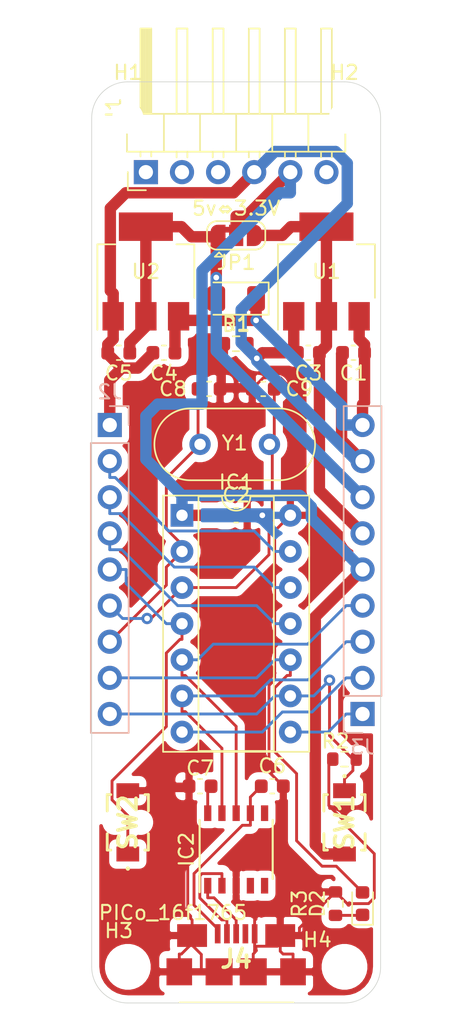
<source format=kicad_pcb>
(kicad_pcb (version 20171130) (host pcbnew "(5.1.9)-1")

  (general
    (thickness 1.6)
    (drawings 10)
    (tracks 295)
    (zones 0)
    (modules 30)
    (nets 32)
  )

  (page A4)
  (layers
    (0 F.Cu signal)
    (31 B.Cu signal)
    (32 B.Adhes user)
    (33 F.Adhes user)
    (34 B.Paste user)
    (35 F.Paste user)
    (36 B.SilkS user)
    (37 F.SilkS user)
    (38 B.Mask user)
    (39 F.Mask user)
    (40 Dwgs.User user)
    (41 Cmts.User user)
    (42 Eco1.User user)
    (43 Eco2.User user)
    (44 Edge.Cuts user)
    (45 Margin user)
    (46 B.CrtYd user)
    (47 F.CrtYd user)
    (48 B.Fab user)
    (49 F.Fab user)
  )

  (setup
    (last_trace_width 0.2)
    (user_trace_width 0.2)
    (user_trace_width 0.4)
    (user_trace_width 0.8)
    (trace_clearance 0.2)
    (zone_clearance 0.508)
    (zone_45_only no)
    (trace_min 0.2)
    (via_size 0.8)
    (via_drill 0.4)
    (via_min_size 0.4)
    (via_min_drill 0.3)
    (uvia_size 0.3)
    (uvia_drill 0.1)
    (uvias_allowed no)
    (uvia_min_size 0.2)
    (uvia_min_drill 0.1)
    (edge_width 0.05)
    (segment_width 0.2)
    (pcb_text_width 0.3)
    (pcb_text_size 1.5 1.5)
    (mod_edge_width 0.12)
    (mod_text_size 1 1)
    (mod_text_width 0.15)
    (pad_size 1.524 1.524)
    (pad_drill 0.762)
    (pad_to_mask_clearance 0)
    (aux_axis_origin 0 0)
    (visible_elements 7FFFFFFF)
    (pcbplotparams
      (layerselection 0x010fc_ffffffff)
      (usegerberextensions true)
      (usegerberattributes false)
      (usegerberadvancedattributes false)
      (creategerberjobfile false)
      (excludeedgelayer true)
      (linewidth 0.100000)
      (plotframeref false)
      (viasonmask false)
      (mode 1)
      (useauxorigin false)
      (hpglpennumber 1)
      (hpglpenspeed 20)
      (hpglpendiameter 15.000000)
      (psnegative false)
      (psa4output false)
      (plotreference true)
      (plotvalue false)
      (plotinvisibletext false)
      (padsonsilk false)
      (subtractmaskfromsilk true)
      (outputformat 1)
      (mirror false)
      (drillshape 0)
      (scaleselection 1)
      (outputdirectory "gerber/"))
  )

  (net 0 "")
  (net 1 GNDPWR)
  (net 2 /Vin)
  (net 3 GND)
  (net 4 VCC)
  (net 5 +3V3)
  (net 6 +5V)
  (net 7 "Net-(C6-Pad1)")
  (net 8 "Net-(C7-Pad1)")
  (net 9 /RA5)
  (net 10 /RA4)
  (net 11 /RC0)
  (net 12 "Net-(D2-Pad1)")
  (net 13 /RC3)
  (net 14 /RA0_ICSPDAT)
  (net 15 /RC4)
  (net 16 /RA1_ICSPCLK)
  (net 17 /RC5)
  (net 18 /RA2)
  (net 19 /RA3_MCLR)
  (net 20 /RC1)
  (net 21 /RC2)
  (net 22 "Net-(IC2-Pad5)")
  (net 23 "Net-(IC2-Pad6)")
  (net 24 "Net-(IC2-Pad4)")
  (net 25 /D-)
  (net 26 /D+)
  (net 27 /MCLR)
  (net 28 /ICSPDAT)
  (net 29 /ICSPCLK)
  (net 30 "Net-(J1-Pad1)")
  (net 31 "Net-(J4-Pad4)")

  (net_class Default "This is the default net class."
    (clearance 0.2)
    (trace_width 0.2)
    (via_dia 0.8)
    (via_drill 0.4)
    (uvia_dia 0.3)
    (uvia_drill 0.1)
    (add_net /D+)
    (add_net /D-)
    (add_net /ICSPCLK)
    (add_net /ICSPDAT)
    (add_net /MCLR)
    (add_net /RA0_ICSPDAT)
    (add_net /RA1_ICSPCLK)
    (add_net /RA2)
    (add_net /RA3_MCLR)
    (add_net /RA4)
    (add_net /RA5)
    (add_net /RC0)
    (add_net /RC1)
    (add_net /RC2)
    (add_net /RC3)
    (add_net /RC4)
    (add_net /RC5)
    (add_net GND)
    (add_net "Net-(C6-Pad1)")
    (add_net "Net-(C7-Pad1)")
    (add_net "Net-(D2-Pad1)")
    (add_net "Net-(IC2-Pad4)")
    (add_net "Net-(IC2-Pad5)")
    (add_net "Net-(IC2-Pad6)")
    (add_net "Net-(J1-Pad1)")
    (add_net "Net-(J4-Pad4)")
  )

  (net_class Power ""
    (clearance 0.2)
    (trace_width 0.8)
    (via_dia 0.8)
    (via_drill 0.4)
    (uvia_dia 0.3)
    (uvia_drill 0.1)
    (add_net +3V3)
    (add_net +5V)
    (add_net /Vin)
    (add_net GNDPWR)
    (add_net VCC)
  )

  (module MountingHole:MountingHole_2.2mm_M2 (layer F.Cu) (tedit 56D1B4CB) (tstamp 648919DA)
    (at 11.43 45.72)
    (descr "Mounting Hole 2.2mm, no annular, M2")
    (tags "mounting hole 2.2mm no annular m2")
    (path /648C1391)
    (attr virtual)
    (fp_text reference H4 (at -1.905 -1.905) (layer F.SilkS)
      (effects (font (size 1 1) (thickness 0.15)))
    )
    (fp_text value MountingHole (at 0 3.2) (layer F.Fab)
      (effects (font (size 1 1) (thickness 0.15)))
    )
    (fp_circle (center 0 0) (end 2.2 0) (layer Cmts.User) (width 0.15))
    (fp_circle (center 0 0) (end 2.45 0) (layer F.CrtYd) (width 0.05))
    (fp_text user %R (at 0.3 0) (layer F.Fab)
      (effects (font (size 1 1) (thickness 0.15)))
    )
    (pad 1 np_thru_hole circle (at 0 0) (size 2.2 2.2) (drill 2.2) (layers *.Cu *.Mask))
  )

  (module MountingHole:MountingHole_2.2mm_M2 (layer F.Cu) (tedit 56D1B4CB) (tstamp 648919D2)
    (at -3.81 45.72)
    (descr "Mounting Hole 2.2mm, no annular, M2")
    (tags "mounting hole 2.2mm no annular m2")
    (path /648B4BDB)
    (attr virtual)
    (fp_text reference H3 (at -0.635 -2.54) (layer F.SilkS)
      (effects (font (size 1 1) (thickness 0.15)))
    )
    (fp_text value MountingHole (at 0 3.2) (layer F.Fab)
      (effects (font (size 1 1) (thickness 0.15)))
    )
    (fp_circle (center 0 0) (end 2.45 0) (layer F.CrtYd) (width 0.05))
    (fp_circle (center 0 0) (end 2.2 0) (layer Cmts.User) (width 0.15))
    (fp_text user %R (at 0.3 0) (layer F.Fab)
      (effects (font (size 1 1) (thickness 0.15)))
    )
    (pad 1 np_thru_hole circle (at 0 0) (size 2.2 2.2) (drill 2.2) (layers *.Cu *.Mask))
  )

  (module MountingHole:MountingHole_2.2mm_M2 (layer F.Cu) (tedit 56D1B4CB) (tstamp 648919CA)
    (at 11.43 -13.97)
    (descr "Mounting Hole 2.2mm, no annular, M2")
    (tags "mounting hole 2.2mm no annular m2")
    (path /648C549C)
    (attr virtual)
    (fp_text reference H2 (at 0 -3.2) (layer F.SilkS)
      (effects (font (size 1 1) (thickness 0.15)))
    )
    (fp_text value MountingHole (at 0 3.2) (layer F.Fab)
      (effects (font (size 1 1) (thickness 0.15)))
    )
    (fp_circle (center 0 0) (end 2.2 0) (layer Cmts.User) (width 0.15))
    (fp_circle (center 0 0) (end 2.45 0) (layer F.CrtYd) (width 0.05))
    (fp_text user %R (at 0.3 0) (layer F.Fab)
      (effects (font (size 1 1) (thickness 0.15)))
    )
    (pad 1 np_thru_hole circle (at 0 0) (size 2.2 2.2) (drill 2.2) (layers *.Cu *.Mask))
  )

  (module MountingHole:MountingHole_2.2mm_M2 (layer F.Cu) (tedit 56D1B4CB) (tstamp 648919C2)
    (at -3.81 -13.97)
    (descr "Mounting Hole 2.2mm, no annular, M2")
    (tags "mounting hole 2.2mm no annular m2")
    (path /648BD151)
    (attr virtual)
    (fp_text reference H1 (at 0 -3.2) (layer F.SilkS)
      (effects (font (size 1 1) (thickness 0.15)))
    )
    (fp_text value MountingHole (at 0 3.2) (layer F.Fab)
      (effects (font (size 1 1) (thickness 0.15)))
    )
    (fp_circle (center 0 0) (end 2.2 0) (layer Cmts.User) (width 0.15))
    (fp_circle (center 0 0) (end 2.45 0) (layer F.CrtYd) (width 0.05))
    (fp_text user %R (at 0.3 0) (layer F.Fab)
      (effects (font (size 1 1) (thickness 0.15)))
    )
    (pad 1 np_thru_hole circle (at 0 0) (size 2.2 2.2) (drill 2.2) (layers *.Cu *.Mask))
  )

  (module Capacitor_SMD:C_0603_1608Metric (layer F.Cu) (tedit 5F68FEEE) (tstamp 6468FA6B)
    (at 1.27 33.02 180)
    (descr "Capacitor SMD 0603 (1608 Metric), square (rectangular) end terminal, IPC_7351 nominal, (Body size source: IPC-SM-782 page 76, https://www.pcb-3d.com/wordpress/wp-content/uploads/ipc-sm-782a_amendment_1_and_2.pdf), generated with kicad-footprint-generator")
    (tags capacitor)
    (path /6487902E)
    (attr smd)
    (fp_text reference C7 (at 0 1.27) (layer F.SilkS)
      (effects (font (size 1 1) (thickness 0.15)))
    )
    (fp_text value 0.1u (at 0 1.43) (layer F.Fab)
      (effects (font (size 1 1) (thickness 0.15)))
    )
    (fp_line (start -0.8 0.4) (end -0.8 -0.4) (layer F.Fab) (width 0.1))
    (fp_line (start -0.8 -0.4) (end 0.8 -0.4) (layer F.Fab) (width 0.1))
    (fp_line (start 0.8 -0.4) (end 0.8 0.4) (layer F.Fab) (width 0.1))
    (fp_line (start 0.8 0.4) (end -0.8 0.4) (layer F.Fab) (width 0.1))
    (fp_line (start -0.14058 -0.51) (end 0.14058 -0.51) (layer F.SilkS) (width 0.12))
    (fp_line (start -0.14058 0.51) (end 0.14058 0.51) (layer F.SilkS) (width 0.12))
    (fp_line (start -1.48 0.73) (end -1.48 -0.73) (layer F.CrtYd) (width 0.05))
    (fp_line (start -1.48 -0.73) (end 1.48 -0.73) (layer F.CrtYd) (width 0.05))
    (fp_line (start 1.48 -0.73) (end 1.48 0.73) (layer F.CrtYd) (width 0.05))
    (fp_line (start 1.48 0.73) (end -1.48 0.73) (layer F.CrtYd) (width 0.05))
    (fp_text user %R (at 0 0) (layer F.Fab)
      (effects (font (size 0.4 0.4) (thickness 0.06)))
    )
    (pad 2 smd roundrect (at 0.775 0 180) (size 0.9 0.95) (layers F.Cu F.Paste F.Mask) (roundrect_rratio 0.25)
      (net 3 GND))
    (pad 1 smd roundrect (at -0.775 0 180) (size 0.9 0.95) (layers F.Cu F.Paste F.Mask) (roundrect_rratio 0.25)
      (net 8 "Net-(C7-Pad1)"))
    (model ${KISYS3DMOD}/Capacitor_SMD.3dshapes/C_0603_1608Metric.wrl
      (at (xyz 0 0 0))
      (scale (xyz 1 1 1))
      (rotate (xyz 0 0 0))
    )
  )

  (module Capacitor_SMD:C_0603_1608Metric (layer F.Cu) (tedit 5F68FEEE) (tstamp 6468FA5A)
    (at 6.35 33.02)
    (descr "Capacitor SMD 0603 (1608 Metric), square (rectangular) end terminal, IPC_7351 nominal, (Body size source: IPC-SM-782 page 76, https://www.pcb-3d.com/wordpress/wp-content/uploads/ipc-sm-782a_amendment_1_and_2.pdf), generated with kicad-footprint-generator")
    (tags capacitor)
    (path /64874DE7)
    (attr smd)
    (fp_text reference C6 (at 0 -1.43) (layer F.SilkS)
      (effects (font (size 1 1) (thickness 0.15)))
    )
    (fp_text value 0.1u (at 0 1.43) (layer F.Fab)
      (effects (font (size 1 1) (thickness 0.15)))
    )
    (fp_line (start -0.8 0.4) (end -0.8 -0.4) (layer F.Fab) (width 0.1))
    (fp_line (start -0.8 -0.4) (end 0.8 -0.4) (layer F.Fab) (width 0.1))
    (fp_line (start 0.8 -0.4) (end 0.8 0.4) (layer F.Fab) (width 0.1))
    (fp_line (start 0.8 0.4) (end -0.8 0.4) (layer F.Fab) (width 0.1))
    (fp_line (start -0.14058 -0.51) (end 0.14058 -0.51) (layer F.SilkS) (width 0.12))
    (fp_line (start -0.14058 0.51) (end 0.14058 0.51) (layer F.SilkS) (width 0.12))
    (fp_line (start -1.48 0.73) (end -1.48 -0.73) (layer F.CrtYd) (width 0.05))
    (fp_line (start -1.48 -0.73) (end 1.48 -0.73) (layer F.CrtYd) (width 0.05))
    (fp_line (start 1.48 -0.73) (end 1.48 0.73) (layer F.CrtYd) (width 0.05))
    (fp_line (start 1.48 0.73) (end -1.48 0.73) (layer F.CrtYd) (width 0.05))
    (fp_text user %R (at 0 0) (layer F.Fab)
      (effects (font (size 0.4 0.4) (thickness 0.06)))
    )
    (pad 2 smd roundrect (at 0.775 0) (size 0.9 0.95) (layers F.Cu F.Paste F.Mask) (roundrect_rratio 0.25)
      (net 3 GND))
    (pad 1 smd roundrect (at -0.775 0) (size 0.9 0.95) (layers F.Cu F.Paste F.Mask) (roundrect_rratio 0.25)
      (net 7 "Net-(C6-Pad1)"))
    (model ${KISYS3DMOD}/Capacitor_SMD.3dshapes/C_0603_1608Metric.wrl
      (at (xyz 0 0 0))
      (scale (xyz 1 1 1))
      (rotate (xyz 0 0 0))
    )
  )

  (module Capacitor_SMD:C_0603_1608Metric (layer F.Cu) (tedit 5F68FEEE) (tstamp 6468FA49)
    (at -4.445 2.54 180)
    (descr "Capacitor SMD 0603 (1608 Metric), square (rectangular) end terminal, IPC_7351 nominal, (Body size source: IPC-SM-782 page 76, https://www.pcb-3d.com/wordpress/wp-content/uploads/ipc-sm-782a_amendment_1_and_2.pdf), generated with kicad-footprint-generator")
    (tags capacitor)
    (path /6471D562)
    (attr smd)
    (fp_text reference C5 (at 0 -1.43) (layer F.SilkS)
      (effects (font (size 1 1) (thickness 0.15)))
    )
    (fp_text value 10u (at 0 1.43) (layer F.Fab)
      (effects (font (size 1 1) (thickness 0.15)))
    )
    (fp_line (start -0.8 0.4) (end -0.8 -0.4) (layer F.Fab) (width 0.1))
    (fp_line (start -0.8 -0.4) (end 0.8 -0.4) (layer F.Fab) (width 0.1))
    (fp_line (start 0.8 -0.4) (end 0.8 0.4) (layer F.Fab) (width 0.1))
    (fp_line (start 0.8 0.4) (end -0.8 0.4) (layer F.Fab) (width 0.1))
    (fp_line (start -0.14058 -0.51) (end 0.14058 -0.51) (layer F.SilkS) (width 0.12))
    (fp_line (start -0.14058 0.51) (end 0.14058 0.51) (layer F.SilkS) (width 0.12))
    (fp_line (start -1.48 0.73) (end -1.48 -0.73) (layer F.CrtYd) (width 0.05))
    (fp_line (start -1.48 -0.73) (end 1.48 -0.73) (layer F.CrtYd) (width 0.05))
    (fp_line (start 1.48 -0.73) (end 1.48 0.73) (layer F.CrtYd) (width 0.05))
    (fp_line (start 1.48 0.73) (end -1.48 0.73) (layer F.CrtYd) (width 0.05))
    (fp_text user %R (at 0 0) (layer F.Fab)
      (effects (font (size 0.4 0.4) (thickness 0.06)))
    )
    (pad 2 smd roundrect (at 0.775 0 180) (size 0.9 0.95) (layers F.Cu F.Paste F.Mask) (roundrect_rratio 0.25)
      (net 1 GNDPWR))
    (pad 1 smd roundrect (at -0.775 0 180) (size 0.9 0.95) (layers F.Cu F.Paste F.Mask) (roundrect_rratio 0.25)
      (net 6 +5V))
    (model ${KISYS3DMOD}/Capacitor_SMD.3dshapes/C_0603_1608Metric.wrl
      (at (xyz 0 0 0))
      (scale (xyz 1 1 1))
      (rotate (xyz 0 0 0))
    )
  )

  (module Capacitor_SMD:C_0603_1608Metric (layer F.Cu) (tedit 5F68FEEE) (tstamp 6468FA38)
    (at -1.27 2.54 180)
    (descr "Capacitor SMD 0603 (1608 Metric), square (rectangular) end terminal, IPC_7351 nominal, (Body size source: IPC-SM-782 page 76, https://www.pcb-3d.com/wordpress/wp-content/uploads/ipc-sm-782a_amendment_1_and_2.pdf), generated with kicad-footprint-generator")
    (tags capacitor)
    (path /6471CD2F)
    (attr smd)
    (fp_text reference C4 (at 0 -1.43) (layer F.SilkS)
      (effects (font (size 1 1) (thickness 0.15)))
    )
    (fp_text value 10u (at 0 1.43) (layer F.Fab)
      (effects (font (size 1 1) (thickness 0.15)))
    )
    (fp_line (start -0.8 0.4) (end -0.8 -0.4) (layer F.Fab) (width 0.1))
    (fp_line (start -0.8 -0.4) (end 0.8 -0.4) (layer F.Fab) (width 0.1))
    (fp_line (start 0.8 -0.4) (end 0.8 0.4) (layer F.Fab) (width 0.1))
    (fp_line (start 0.8 0.4) (end -0.8 0.4) (layer F.Fab) (width 0.1))
    (fp_line (start -0.14058 -0.51) (end 0.14058 -0.51) (layer F.SilkS) (width 0.12))
    (fp_line (start -0.14058 0.51) (end 0.14058 0.51) (layer F.SilkS) (width 0.12))
    (fp_line (start -1.48 0.73) (end -1.48 -0.73) (layer F.CrtYd) (width 0.05))
    (fp_line (start -1.48 -0.73) (end 1.48 -0.73) (layer F.CrtYd) (width 0.05))
    (fp_line (start 1.48 -0.73) (end 1.48 0.73) (layer F.CrtYd) (width 0.05))
    (fp_line (start 1.48 0.73) (end -1.48 0.73) (layer F.CrtYd) (width 0.05))
    (fp_text user %R (at 0 0) (layer F.Fab)
      (effects (font (size 0.4 0.4) (thickness 0.06)))
    )
    (pad 2 smd roundrect (at 0.775 0 180) (size 0.9 0.95) (layers F.Cu F.Paste F.Mask) (roundrect_rratio 0.25)
      (net 1 GNDPWR))
    (pad 1 smd roundrect (at -0.775 0 180) (size 0.9 0.95) (layers F.Cu F.Paste F.Mask) (roundrect_rratio 0.25)
      (net 2 /Vin))
    (model ${KISYS3DMOD}/Capacitor_SMD.3dshapes/C_0603_1608Metric.wrl
      (at (xyz 0 0 0))
      (scale (xyz 1 1 1))
      (rotate (xyz 0 0 0))
    )
  )

  (module Capacitor_SMD:C_0603_1608Metric (layer F.Cu) (tedit 5F68FEEE) (tstamp 6468FA27)
    (at 8.89 2.54 180)
    (descr "Capacitor SMD 0603 (1608 Metric), square (rectangular) end terminal, IPC_7351 nominal, (Body size source: IPC-SM-782 page 76, https://www.pcb-3d.com/wordpress/wp-content/uploads/ipc-sm-782a_amendment_1_and_2.pdf), generated with kicad-footprint-generator")
    (tags capacitor)
    (path /647189C7)
    (attr smd)
    (fp_text reference C3 (at 0 -1.43) (layer F.SilkS)
      (effects (font (size 1 1) (thickness 0.15)))
    )
    (fp_text value 10u (at 0 1.43) (layer F.Fab)
      (effects (font (size 1 1) (thickness 0.15)))
    )
    (fp_line (start -0.8 0.4) (end -0.8 -0.4) (layer F.Fab) (width 0.1))
    (fp_line (start -0.8 -0.4) (end 0.8 -0.4) (layer F.Fab) (width 0.1))
    (fp_line (start 0.8 -0.4) (end 0.8 0.4) (layer F.Fab) (width 0.1))
    (fp_line (start 0.8 0.4) (end -0.8 0.4) (layer F.Fab) (width 0.1))
    (fp_line (start -0.14058 -0.51) (end 0.14058 -0.51) (layer F.SilkS) (width 0.12))
    (fp_line (start -0.14058 0.51) (end 0.14058 0.51) (layer F.SilkS) (width 0.12))
    (fp_line (start -1.48 0.73) (end -1.48 -0.73) (layer F.CrtYd) (width 0.05))
    (fp_line (start -1.48 -0.73) (end 1.48 -0.73) (layer F.CrtYd) (width 0.05))
    (fp_line (start 1.48 -0.73) (end 1.48 0.73) (layer F.CrtYd) (width 0.05))
    (fp_line (start 1.48 0.73) (end -1.48 0.73) (layer F.CrtYd) (width 0.05))
    (fp_text user %R (at 0 0) (layer F.Fab)
      (effects (font (size 0.4 0.4) (thickness 0.06)))
    )
    (pad 2 smd roundrect (at 0.775 0 180) (size 0.9 0.95) (layers F.Cu F.Paste F.Mask) (roundrect_rratio 0.25)
      (net 1 GNDPWR))
    (pad 1 smd roundrect (at -0.775 0 180) (size 0.9 0.95) (layers F.Cu F.Paste F.Mask) (roundrect_rratio 0.25)
      (net 5 +3V3))
    (model ${KISYS3DMOD}/Capacitor_SMD.3dshapes/C_0603_1608Metric.wrl
      (at (xyz 0 0 0))
      (scale (xyz 1 1 1))
      (rotate (xyz 0 0 0))
    )
  )

  (module Capacitor_SMD:C_0603_1608Metric (layer F.Cu) (tedit 5F68FEEE) (tstamp 6468FA16)
    (at 3.81 13.97)
    (descr "Capacitor SMD 0603 (1608 Metric), square (rectangular) end terminal, IPC_7351 nominal, (Body size source: IPC-SM-782 page 76, https://www.pcb-3d.com/wordpress/wp-content/uploads/ipc-sm-782a_amendment_1_and_2.pdf), generated with kicad-footprint-generator")
    (tags capacitor)
    (path /646F994C)
    (attr smd)
    (fp_text reference C2 (at 0 -1.43) (layer F.SilkS)
      (effects (font (size 1 1) (thickness 0.15)))
    )
    (fp_text value 0.1u (at 0 1.43) (layer F.Fab)
      (effects (font (size 1 1) (thickness 0.15)))
    )
    (fp_line (start -0.8 0.4) (end -0.8 -0.4) (layer F.Fab) (width 0.1))
    (fp_line (start -0.8 -0.4) (end 0.8 -0.4) (layer F.Fab) (width 0.1))
    (fp_line (start 0.8 -0.4) (end 0.8 0.4) (layer F.Fab) (width 0.1))
    (fp_line (start 0.8 0.4) (end -0.8 0.4) (layer F.Fab) (width 0.1))
    (fp_line (start -0.14058 -0.51) (end 0.14058 -0.51) (layer F.SilkS) (width 0.12))
    (fp_line (start -0.14058 0.51) (end 0.14058 0.51) (layer F.SilkS) (width 0.12))
    (fp_line (start -1.48 0.73) (end -1.48 -0.73) (layer F.CrtYd) (width 0.05))
    (fp_line (start -1.48 -0.73) (end 1.48 -0.73) (layer F.CrtYd) (width 0.05))
    (fp_line (start 1.48 -0.73) (end 1.48 0.73) (layer F.CrtYd) (width 0.05))
    (fp_line (start 1.48 0.73) (end -1.48 0.73) (layer F.CrtYd) (width 0.05))
    (fp_text user %R (at 0 0) (layer F.Fab)
      (effects (font (size 0.4 0.4) (thickness 0.06)))
    )
    (pad 2 smd roundrect (at 0.775 0) (size 0.9 0.95) (layers F.Cu F.Paste F.Mask) (roundrect_rratio 0.25)
      (net 3 GND))
    (pad 1 smd roundrect (at -0.775 0) (size 0.9 0.95) (layers F.Cu F.Paste F.Mask) (roundrect_rratio 0.25)
      (net 4 VCC))
    (model ${KISYS3DMOD}/Capacitor_SMD.3dshapes/C_0603_1608Metric.wrl
      (at (xyz 0 0 0))
      (scale (xyz 1 1 1))
      (rotate (xyz 0 0 0))
    )
  )

  (module Capacitor_SMD:C_0603_1608Metric (layer F.Cu) (tedit 5F68FEEE) (tstamp 6468FA05)
    (at 12.065 2.54 180)
    (descr "Capacitor SMD 0603 (1608 Metric), square (rectangular) end terminal, IPC_7351 nominal, (Body size source: IPC-SM-782 page 76, https://www.pcb-3d.com/wordpress/wp-content/uploads/ipc-sm-782a_amendment_1_and_2.pdf), generated with kicad-footprint-generator")
    (tags capacitor)
    (path /64717FAF)
    (attr smd)
    (fp_text reference C1 (at 0 -1.43) (layer F.SilkS)
      (effects (font (size 1 1) (thickness 0.15)))
    )
    (fp_text value 10u (at 0 1.43) (layer F.Fab)
      (effects (font (size 1 1) (thickness 0.15)))
    )
    (fp_line (start -0.8 0.4) (end -0.8 -0.4) (layer F.Fab) (width 0.1))
    (fp_line (start -0.8 -0.4) (end 0.8 -0.4) (layer F.Fab) (width 0.1))
    (fp_line (start 0.8 -0.4) (end 0.8 0.4) (layer F.Fab) (width 0.1))
    (fp_line (start 0.8 0.4) (end -0.8 0.4) (layer F.Fab) (width 0.1))
    (fp_line (start -0.14058 -0.51) (end 0.14058 -0.51) (layer F.SilkS) (width 0.12))
    (fp_line (start -0.14058 0.51) (end 0.14058 0.51) (layer F.SilkS) (width 0.12))
    (fp_line (start -1.48 0.73) (end -1.48 -0.73) (layer F.CrtYd) (width 0.05))
    (fp_line (start -1.48 -0.73) (end 1.48 -0.73) (layer F.CrtYd) (width 0.05))
    (fp_line (start 1.48 -0.73) (end 1.48 0.73) (layer F.CrtYd) (width 0.05))
    (fp_line (start 1.48 0.73) (end -1.48 0.73) (layer F.CrtYd) (width 0.05))
    (fp_text user %R (at 0 0) (layer F.Fab)
      (effects (font (size 0.4 0.4) (thickness 0.06)))
    )
    (pad 2 smd roundrect (at 0.775 0 180) (size 0.9 0.95) (layers F.Cu F.Paste F.Mask) (roundrect_rratio 0.25)
      (net 1 GNDPWR))
    (pad 1 smd roundrect (at -0.775 0 180) (size 0.9 0.95) (layers F.Cu F.Paste F.Mask) (roundrect_rratio 0.25)
      (net 2 /Vin))
    (model ${KISYS3DMOD}/Capacitor_SMD.3dshapes/C_0603_1608Metric.wrl
      (at (xyz 0 0 0))
      (scale (xyz 1 1 1))
      (rotate (xyz 0 0 0))
    )
  )

  (module Resistor_SMD:R_0603_1608Metric (layer F.Cu) (tedit 5F68FEEE) (tstamp 6468FC00)
    (at 10.795 41.275 90)
    (descr "Resistor SMD 0603 (1608 Metric), square (rectangular) end terminal, IPC_7351 nominal, (Body size source: IPC-SM-782 page 72, https://www.pcb-3d.com/wordpress/wp-content/uploads/ipc-sm-782a_amendment_1_and_2.pdf), generated with kicad-footprint-generator")
    (tags resistor)
    (path /647427A9)
    (attr smd)
    (fp_text reference R3 (at 0 -2.54 90) (layer F.SilkS)
      (effects (font (size 1 1) (thickness 0.15)))
    )
    (fp_text value 1k (at 0 1.43 90) (layer F.Fab)
      (effects (font (size 1 1) (thickness 0.15)))
    )
    (fp_line (start -0.8 0.4125) (end -0.8 -0.4125) (layer F.Fab) (width 0.1))
    (fp_line (start -0.8 -0.4125) (end 0.8 -0.4125) (layer F.Fab) (width 0.1))
    (fp_line (start 0.8 -0.4125) (end 0.8 0.4125) (layer F.Fab) (width 0.1))
    (fp_line (start 0.8 0.4125) (end -0.8 0.4125) (layer F.Fab) (width 0.1))
    (fp_line (start -0.237258 -0.5225) (end 0.237258 -0.5225) (layer F.SilkS) (width 0.12))
    (fp_line (start -0.237258 0.5225) (end 0.237258 0.5225) (layer F.SilkS) (width 0.12))
    (fp_line (start -1.48 0.73) (end -1.48 -0.73) (layer F.CrtYd) (width 0.05))
    (fp_line (start -1.48 -0.73) (end 1.48 -0.73) (layer F.CrtYd) (width 0.05))
    (fp_line (start 1.48 -0.73) (end 1.48 0.73) (layer F.CrtYd) (width 0.05))
    (fp_line (start 1.48 0.73) (end -1.48 0.73) (layer F.CrtYd) (width 0.05))
    (fp_text user %R (at 0 0 90) (layer F.Fab)
      (effects (font (size 0.4 0.4) (thickness 0.06)))
    )
    (pad 2 smd roundrect (at 0.825 0 90) (size 0.8 0.95) (layers F.Cu F.Paste F.Mask) (roundrect_rratio 0.25)
      (net 3 GND))
    (pad 1 smd roundrect (at -0.825 0 90) (size 0.8 0.95) (layers F.Cu F.Paste F.Mask) (roundrect_rratio 0.25)
      (net 12 "Net-(D2-Pad1)"))
    (model ${KISYS3DMOD}/Resistor_SMD.3dshapes/R_0603_1608Metric.wrl
      (at (xyz 0 0 0))
      (scale (xyz 1 1 1))
      (rotate (xyz 0 0 0))
    )
  )

  (module Resistor_SMD:R_0603_1608Metric (layer F.Cu) (tedit 5F68FEEE) (tstamp 6468FBEF)
    (at 11.43 31.115 180)
    (descr "Resistor SMD 0603 (1608 Metric), square (rectangular) end terminal, IPC_7351 nominal, (Body size source: IPC-SM-782 page 72, https://www.pcb-3d.com/wordpress/wp-content/uploads/ipc-sm-782a_amendment_1_and_2.pdf), generated with kicad-footprint-generator")
    (tags resistor)
    (path /646BF3AF)
    (attr smd)
    (fp_text reference R2 (at 0.635 1.27) (layer F.SilkS)
      (effects (font (size 1 1) (thickness 0.15)))
    )
    (fp_text value 10k (at 0 1.43) (layer F.Fab)
      (effects (font (size 1 1) (thickness 0.15)))
    )
    (fp_line (start -0.8 0.4125) (end -0.8 -0.4125) (layer F.Fab) (width 0.1))
    (fp_line (start -0.8 -0.4125) (end 0.8 -0.4125) (layer F.Fab) (width 0.1))
    (fp_line (start 0.8 -0.4125) (end 0.8 0.4125) (layer F.Fab) (width 0.1))
    (fp_line (start 0.8 0.4125) (end -0.8 0.4125) (layer F.Fab) (width 0.1))
    (fp_line (start -0.237258 -0.5225) (end 0.237258 -0.5225) (layer F.SilkS) (width 0.12))
    (fp_line (start -0.237258 0.5225) (end 0.237258 0.5225) (layer F.SilkS) (width 0.12))
    (fp_line (start -1.48 0.73) (end -1.48 -0.73) (layer F.CrtYd) (width 0.05))
    (fp_line (start -1.48 -0.73) (end 1.48 -0.73) (layer F.CrtYd) (width 0.05))
    (fp_line (start 1.48 -0.73) (end 1.48 0.73) (layer F.CrtYd) (width 0.05))
    (fp_line (start 1.48 0.73) (end -1.48 0.73) (layer F.CrtYd) (width 0.05))
    (fp_text user %R (at 0 0) (layer F.Fab)
      (effects (font (size 0.4 0.4) (thickness 0.06)))
    )
    (pad 2 smd roundrect (at 0.825 0 180) (size 0.8 0.95) (layers F.Cu F.Paste F.Mask) (roundrect_rratio 0.25)
      (net 3 GND))
    (pad 1 smd roundrect (at -0.825 0 180) (size 0.8 0.95) (layers F.Cu F.Paste F.Mask) (roundrect_rratio 0.25)
      (net 20 /RC1))
    (model ${KISYS3DMOD}/Resistor_SMD.3dshapes/R_0603_1608Metric.wrl
      (at (xyz 0 0 0))
      (scale (xyz 1 1 1))
      (rotate (xyz 0 0 0))
    )
  )

  (module Resistor_SMD:R_0603_1608Metric (layer F.Cu) (tedit 5F68FEEE) (tstamp 6468FBDE)
    (at 3.81 1.905)
    (descr "Resistor SMD 0603 (1608 Metric), square (rectangular) end terminal, IPC_7351 nominal, (Body size source: IPC-SM-782 page 72, https://www.pcb-3d.com/wordpress/wp-content/uploads/ipc-sm-782a_amendment_1_and_2.pdf), generated with kicad-footprint-generator")
    (tags resistor)
    (path /646E40E1)
    (attr smd)
    (fp_text reference R1 (at 0 -1.43) (layer F.SilkS)
      (effects (font (size 1 1) (thickness 0.15)))
    )
    (fp_text value 0 (at 0 1.43) (layer F.Fab)
      (effects (font (size 1 1) (thickness 0.15)))
    )
    (fp_line (start -0.8 0.4125) (end -0.8 -0.4125) (layer F.Fab) (width 0.1))
    (fp_line (start -0.8 -0.4125) (end 0.8 -0.4125) (layer F.Fab) (width 0.1))
    (fp_line (start 0.8 -0.4125) (end 0.8 0.4125) (layer F.Fab) (width 0.1))
    (fp_line (start 0.8 0.4125) (end -0.8 0.4125) (layer F.Fab) (width 0.1))
    (fp_line (start -0.237258 -0.5225) (end 0.237258 -0.5225) (layer F.SilkS) (width 0.12))
    (fp_line (start -0.237258 0.5225) (end 0.237258 0.5225) (layer F.SilkS) (width 0.12))
    (fp_line (start -1.48 0.73) (end -1.48 -0.73) (layer F.CrtYd) (width 0.05))
    (fp_line (start -1.48 -0.73) (end 1.48 -0.73) (layer F.CrtYd) (width 0.05))
    (fp_line (start 1.48 -0.73) (end 1.48 0.73) (layer F.CrtYd) (width 0.05))
    (fp_line (start 1.48 0.73) (end -1.48 0.73) (layer F.CrtYd) (width 0.05))
    (fp_text user %R (at 0 0) (layer F.Fab)
      (effects (font (size 0.4 0.4) (thickness 0.06)))
    )
    (pad 2 smd roundrect (at 0.825 0) (size 0.8 0.95) (layers F.Cu F.Paste F.Mask) (roundrect_rratio 0.25)
      (net 1 GNDPWR))
    (pad 1 smd roundrect (at -0.825 0) (size 0.8 0.95) (layers F.Cu F.Paste F.Mask) (roundrect_rratio 0.25)
      (net 3 GND))
    (model ${KISYS3DMOD}/Resistor_SMD.3dshapes/R_0603_1608Metric.wrl
      (at (xyz 0 0 0))
      (scale (xyz 1 1 1))
      (rotate (xyz 0 0 0))
    )
  )

  (module Package_DIP:DIP-14_W7.62mm_Socket (layer F.Cu) (tedit 5A02E8C5) (tstamp 64691165)
    (at 0 13.97)
    (descr "14-lead though-hole mounted DIP package, row spacing 7.62 mm (300 mils), Socket")
    (tags "THT DIP DIL PDIP 2.54mm 7.62mm 300mil Socket")
    (path /64687F21)
    (fp_text reference IC1 (at 3.81 -2.33) (layer F.SilkS)
      (effects (font (size 1 1) (thickness 0.15)))
    )
    (fp_text value PIC16F1765-I_P (at 3.81 17.57) (layer F.Fab)
      (effects (font (size 1 1) (thickness 0.15)))
    )
    (fp_line (start 9.15 -1.6) (end -1.55 -1.6) (layer F.CrtYd) (width 0.05))
    (fp_line (start 9.15 16.85) (end 9.15 -1.6) (layer F.CrtYd) (width 0.05))
    (fp_line (start -1.55 16.85) (end 9.15 16.85) (layer F.CrtYd) (width 0.05))
    (fp_line (start -1.55 -1.6) (end -1.55 16.85) (layer F.CrtYd) (width 0.05))
    (fp_line (start 8.95 -1.39) (end -1.33 -1.39) (layer F.SilkS) (width 0.12))
    (fp_line (start 8.95 16.63) (end 8.95 -1.39) (layer F.SilkS) (width 0.12))
    (fp_line (start -1.33 16.63) (end 8.95 16.63) (layer F.SilkS) (width 0.12))
    (fp_line (start -1.33 -1.39) (end -1.33 16.63) (layer F.SilkS) (width 0.12))
    (fp_line (start 6.46 -1.33) (end 4.81 -1.33) (layer F.SilkS) (width 0.12))
    (fp_line (start 6.46 16.57) (end 6.46 -1.33) (layer F.SilkS) (width 0.12))
    (fp_line (start 1.16 16.57) (end 6.46 16.57) (layer F.SilkS) (width 0.12))
    (fp_line (start 1.16 -1.33) (end 1.16 16.57) (layer F.SilkS) (width 0.12))
    (fp_line (start 2.81 -1.33) (end 1.16 -1.33) (layer F.SilkS) (width 0.12))
    (fp_line (start 8.89 -1.33) (end -1.27 -1.33) (layer F.Fab) (width 0.1))
    (fp_line (start 8.89 16.57) (end 8.89 -1.33) (layer F.Fab) (width 0.1))
    (fp_line (start -1.27 16.57) (end 8.89 16.57) (layer F.Fab) (width 0.1))
    (fp_line (start -1.27 -1.33) (end -1.27 16.57) (layer F.Fab) (width 0.1))
    (fp_line (start 0.635 -0.27) (end 1.635 -1.27) (layer F.Fab) (width 0.1))
    (fp_line (start 0.635 16.51) (end 0.635 -0.27) (layer F.Fab) (width 0.1))
    (fp_line (start 6.985 16.51) (end 0.635 16.51) (layer F.Fab) (width 0.1))
    (fp_line (start 6.985 -1.27) (end 6.985 16.51) (layer F.Fab) (width 0.1))
    (fp_line (start 1.635 -1.27) (end 6.985 -1.27) (layer F.Fab) (width 0.1))
    (fp_text user %R (at 3.81 7.62) (layer F.Fab)
      (effects (font (size 1 1) (thickness 0.15)))
    )
    (fp_arc (start 3.81 -1.33) (end 2.81 -1.33) (angle -180) (layer F.SilkS) (width 0.12))
    (pad 14 thru_hole oval (at 7.62 0) (size 1.6 1.6) (drill 0.8) (layers *.Cu *.Mask)
      (net 3 GND))
    (pad 7 thru_hole oval (at 0 15.24) (size 1.6 1.6) (drill 0.8) (layers *.Cu *.Mask)
      (net 13 /RC3))
    (pad 13 thru_hole oval (at 7.62 2.54) (size 1.6 1.6) (drill 0.8) (layers *.Cu *.Mask)
      (net 14 /RA0_ICSPDAT))
    (pad 6 thru_hole oval (at 0 12.7) (size 1.6 1.6) (drill 0.8) (layers *.Cu *.Mask)
      (net 15 /RC4))
    (pad 12 thru_hole oval (at 7.62 5.08) (size 1.6 1.6) (drill 0.8) (layers *.Cu *.Mask)
      (net 16 /RA1_ICSPCLK))
    (pad 5 thru_hole oval (at 0 10.16) (size 1.6 1.6) (drill 0.8) (layers *.Cu *.Mask)
      (net 17 /RC5))
    (pad 11 thru_hole oval (at 7.62 7.62) (size 1.6 1.6) (drill 0.8) (layers *.Cu *.Mask)
      (net 18 /RA2))
    (pad 4 thru_hole oval (at 0 7.62) (size 1.6 1.6) (drill 0.8) (layers *.Cu *.Mask)
      (net 19 /RA3_MCLR))
    (pad 10 thru_hole oval (at 7.62 10.16) (size 1.6 1.6) (drill 0.8) (layers *.Cu *.Mask)
      (net 11 /RC0))
    (pad 3 thru_hole oval (at 0 5.08) (size 1.6 1.6) (drill 0.8) (layers *.Cu *.Mask)
      (net 10 /RA4))
    (pad 9 thru_hole oval (at 7.62 12.7) (size 1.6 1.6) (drill 0.8) (layers *.Cu *.Mask)
      (net 20 /RC1))
    (pad 2 thru_hole oval (at 0 2.54) (size 1.6 1.6) (drill 0.8) (layers *.Cu *.Mask)
      (net 9 /RA5))
    (pad 8 thru_hole oval (at 7.62 15.24) (size 1.6 1.6) (drill 0.8) (layers *.Cu *.Mask)
      (net 21 /RC2))
    (pad 1 thru_hole rect (at 0 0) (size 1.6 1.6) (drill 0.8) (layers *.Cu *.Mask)
      (net 4 VCC))
    (model ${KISYS3DMOD}/Package_DIP.3dshapes/DIP-14_W7.62mm_Socket.wrl
      (at (xyz 0 0 0))
      (scale (xyz 1 1 1))
      (rotate (xyz 0 0 0))
    )
  )

  (module Crystal:Crystal_HC49-U_Vertical (layer F.Cu) (tedit 5A1AD3B8) (tstamp 6468FC81)
    (at 1.27 8.98)
    (descr "Crystal THT HC-49/U http://5hertz.com/pdfs/04404_D.pdf")
    (tags "THT crystalHC-49/U")
    (path /649327FA)
    (fp_text reference Y1 (at 2.44 -0.09) (layer F.SilkS)
      (effects (font (size 1 1) (thickness 0.15)))
    )
    (fp_text value Crystal (at 2.44 3.525) (layer F.Fab)
      (effects (font (size 1 1) (thickness 0.15)))
    )
    (fp_line (start 8.4 -2.8) (end -3.5 -2.8) (layer F.CrtYd) (width 0.05))
    (fp_line (start 8.4 2.8) (end 8.4 -2.8) (layer F.CrtYd) (width 0.05))
    (fp_line (start -3.5 2.8) (end 8.4 2.8) (layer F.CrtYd) (width 0.05))
    (fp_line (start -3.5 -2.8) (end -3.5 2.8) (layer F.CrtYd) (width 0.05))
    (fp_line (start -0.685 2.525) (end 5.565 2.525) (layer F.SilkS) (width 0.12))
    (fp_line (start -0.685 -2.525) (end 5.565 -2.525) (layer F.SilkS) (width 0.12))
    (fp_line (start -0.56 2) (end 5.44 2) (layer F.Fab) (width 0.1))
    (fp_line (start -0.56 -2) (end 5.44 -2) (layer F.Fab) (width 0.1))
    (fp_line (start -0.685 2.325) (end 5.565 2.325) (layer F.Fab) (width 0.1))
    (fp_line (start -0.685 -2.325) (end 5.565 -2.325) (layer F.Fab) (width 0.1))
    (fp_arc (start 5.565 0) (end 5.565 -2.525) (angle 180) (layer F.SilkS) (width 0.12))
    (fp_arc (start -0.685 0) (end -0.685 -2.525) (angle -180) (layer F.SilkS) (width 0.12))
    (fp_arc (start 5.44 0) (end 5.44 -2) (angle 180) (layer F.Fab) (width 0.1))
    (fp_arc (start -0.56 0) (end -0.56 -2) (angle -180) (layer F.Fab) (width 0.1))
    (fp_arc (start 5.565 0) (end 5.565 -2.325) (angle 180) (layer F.Fab) (width 0.1))
    (fp_arc (start -0.685 0) (end -0.685 -2.325) (angle -180) (layer F.Fab) (width 0.1))
    (fp_text user %R (at 2.44 0) (layer F.Fab)
      (effects (font (size 1 1) (thickness 0.15)))
    )
    (pad 2 thru_hole circle (at 4.88 0) (size 1.5 1.5) (drill 0.8) (layers *.Cu *.Mask)
      (net 10 /RA4))
    (pad 1 thru_hole circle (at 0 0) (size 1.5 1.5) (drill 0.8) (layers *.Cu *.Mask)
      (net 9 /RA5))
    (model ${KISYS3DMOD}/Crystal.3dshapes/Crystal_HC49-U_Vertical.wrl
      (at (xyz 0 0 0))
      (scale (xyz 1 1 1))
      (rotate (xyz 0 0 0))
    )
  )

  (module Package_TO_SOT_SMD:SOT-223-3_TabPin2 (layer F.Cu) (tedit 5A02FF57) (tstamp 6468FC6A)
    (at -2.54 -3.175 90)
    (descr "module CMS SOT223 4 pins")
    (tags "CMS SOT")
    (path /6470CF3B)
    (attr smd)
    (fp_text reference U2 (at 0 0 180) (layer F.SilkS)
      (effects (font (size 1 1) (thickness 0.15)))
    )
    (fp_text value LM1117S50TR_SOT223 (at 0 4.5 90) (layer F.Fab)
      (effects (font (size 1 1) (thickness 0.15)))
    )
    (fp_line (start 1.85 -3.35) (end 1.85 3.35) (layer F.Fab) (width 0.1))
    (fp_line (start -1.85 3.35) (end 1.85 3.35) (layer F.Fab) (width 0.1))
    (fp_line (start -4.1 -3.41) (end 1.91 -3.41) (layer F.SilkS) (width 0.12))
    (fp_line (start -0.85 -3.35) (end 1.85 -3.35) (layer F.Fab) (width 0.1))
    (fp_line (start -1.85 3.41) (end 1.91 3.41) (layer F.SilkS) (width 0.12))
    (fp_line (start -1.85 -2.35) (end -1.85 3.35) (layer F.Fab) (width 0.1))
    (fp_line (start -1.85 -2.35) (end -0.85 -3.35) (layer F.Fab) (width 0.1))
    (fp_line (start -4.4 -3.6) (end -4.4 3.6) (layer F.CrtYd) (width 0.05))
    (fp_line (start -4.4 3.6) (end 4.4 3.6) (layer F.CrtYd) (width 0.05))
    (fp_line (start 4.4 3.6) (end 4.4 -3.6) (layer F.CrtYd) (width 0.05))
    (fp_line (start 4.4 -3.6) (end -4.4 -3.6) (layer F.CrtYd) (width 0.05))
    (fp_line (start 1.91 -3.41) (end 1.91 -2.15) (layer F.SilkS) (width 0.12))
    (fp_line (start 1.91 3.41) (end 1.91 2.15) (layer F.SilkS) (width 0.12))
    (fp_text user %R (at 0 0) (layer F.Fab)
      (effects (font (size 0.8 0.8) (thickness 0.12)))
    )
    (pad 1 smd rect (at -3.15 -2.3 90) (size 2 1.5) (layers F.Cu F.Paste F.Mask)
      (net 1 GNDPWR))
    (pad 3 smd rect (at -3.15 2.3 90) (size 2 1.5) (layers F.Cu F.Paste F.Mask)
      (net 2 /Vin))
    (pad 2 smd rect (at -3.15 0 90) (size 2 1.5) (layers F.Cu F.Paste F.Mask)
      (net 6 +5V))
    (pad 2 smd rect (at 3.15 0 90) (size 2 3.8) (layers F.Cu F.Paste F.Mask)
      (net 6 +5V))
    (model ${KISYS3DMOD}/Package_TO_SOT_SMD.3dshapes/SOT-223.wrl
      (at (xyz 0 0 0))
      (scale (xyz 1 1 1))
      (rotate (xyz 0 0 0))
    )
  )

  (module Package_TO_SOT_SMD:SOT-223-3_TabPin2 (layer F.Cu) (tedit 5A02FF57) (tstamp 6468FC54)
    (at 10.16 -3.175 90)
    (descr "module CMS SOT223 4 pins")
    (tags "CMS SOT")
    (path /6470C461)
    (attr smd)
    (fp_text reference U1 (at 0 0 180) (layer F.SilkS)
      (effects (font (size 1 1) (thickness 0.15)))
    )
    (fp_text value LM1117-3.3 (at 0 4.5 90) (layer F.Fab)
      (effects (font (size 1 1) (thickness 0.15)))
    )
    (fp_line (start 1.85 -3.35) (end 1.85 3.35) (layer F.Fab) (width 0.1))
    (fp_line (start -1.85 3.35) (end 1.85 3.35) (layer F.Fab) (width 0.1))
    (fp_line (start -4.1 -3.41) (end 1.91 -3.41) (layer F.SilkS) (width 0.12))
    (fp_line (start -0.85 -3.35) (end 1.85 -3.35) (layer F.Fab) (width 0.1))
    (fp_line (start -1.85 3.41) (end 1.91 3.41) (layer F.SilkS) (width 0.12))
    (fp_line (start -1.85 -2.35) (end -1.85 3.35) (layer F.Fab) (width 0.1))
    (fp_line (start -1.85 -2.35) (end -0.85 -3.35) (layer F.Fab) (width 0.1))
    (fp_line (start -4.4 -3.6) (end -4.4 3.6) (layer F.CrtYd) (width 0.05))
    (fp_line (start -4.4 3.6) (end 4.4 3.6) (layer F.CrtYd) (width 0.05))
    (fp_line (start 4.4 3.6) (end 4.4 -3.6) (layer F.CrtYd) (width 0.05))
    (fp_line (start 4.4 -3.6) (end -4.4 -3.6) (layer F.CrtYd) (width 0.05))
    (fp_line (start 1.91 -3.41) (end 1.91 -2.15) (layer F.SilkS) (width 0.12))
    (fp_line (start 1.91 3.41) (end 1.91 2.15) (layer F.SilkS) (width 0.12))
    (fp_text user %R (at 0 0) (layer F.Fab)
      (effects (font (size 0.8 0.8) (thickness 0.12)))
    )
    (pad 1 smd rect (at -3.15 -2.3 90) (size 2 1.5) (layers F.Cu F.Paste F.Mask)
      (net 1 GNDPWR))
    (pad 3 smd rect (at -3.15 2.3 90) (size 2 1.5) (layers F.Cu F.Paste F.Mask)
      (net 2 /Vin))
    (pad 2 smd rect (at -3.15 0 90) (size 2 1.5) (layers F.Cu F.Paste F.Mask)
      (net 5 +3V3))
    (pad 2 smd rect (at 3.15 0 90) (size 2 3.8) (layers F.Cu F.Paste F.Mask)
      (net 5 +3V3))
    (model ${KISYS3DMOD}/Package_TO_SOT_SMD.3dshapes/SOT-223.wrl
      (at (xyz 0 0 0))
      (scale (xyz 1 1 1))
      (rotate (xyz 0 0 0))
    )
  )

  (module PICo-16f1765:TVAF06A020BR (layer F.Cu) (tedit 0) (tstamp 6468FC3E)
    (at -3.81 35.56 90)
    (descr TVAF06-A020B-R-2)
    (tags Switch)
    (path /646D56E4)
    (fp_text reference SW2 (at 0 0 90) (layer F.SilkS)
      (effects (font (size 1.27 1.27) (thickness 0.254)))
    )
    (fp_text value SW_Push (at 0 0 90) (layer F.SilkS) hide
      (effects (font (size 1.27 1.27) (thickness 0.254)))
    )
    (fp_line (start -3.3 0) (end -3.3 0) (layer F.SilkS) (width 0.2))
    (fp_line (start -3.2 0) (end -3.2 0) (layer F.SilkS) (width 0.2))
    (fp_line (start -3.3 0) (end -3.3 0) (layer F.SilkS) (width 0.2))
    (fp_line (start -1.95 1.45) (end -0.8 1.45) (layer F.SilkS) (width 0.2))
    (fp_line (start -1.95 1.2) (end -1.95 1.45) (layer F.SilkS) (width 0.2))
    (fp_line (start 1.95 1.45) (end 0.8 1.45) (layer F.SilkS) (width 0.2))
    (fp_line (start 1.95 1.2) (end 1.95 1.45) (layer F.SilkS) (width 0.2))
    (fp_line (start 1.95 -1.45) (end 1.95 -1.2) (layer F.SilkS) (width 0.2))
    (fp_line (start 0.8 -1.45) (end 1.95 -1.45) (layer F.SilkS) (width 0.2))
    (fp_line (start -1.95 -1.45) (end -0.8 -1.45) (layer F.SilkS) (width 0.2))
    (fp_line (start -1.95 -1.2) (end -1.95 -1.45) (layer F.SilkS) (width 0.2))
    (fp_line (start -3.75 2.45) (end -3.75 -2.45) (layer F.CrtYd) (width 0.1))
    (fp_line (start 3.75 2.45) (end -3.75 2.45) (layer F.CrtYd) (width 0.1))
    (fp_line (start 3.75 -2.45) (end 3.75 2.45) (layer F.CrtYd) (width 0.1))
    (fp_line (start -3.75 -2.45) (end 3.75 -2.45) (layer F.CrtYd) (width 0.1))
    (fp_line (start -1.95 -1.45) (end -1.95 1.45) (layer F.Fab) (width 0.1))
    (fp_line (start 1.95 -1.45) (end -1.95 -1.45) (layer F.Fab) (width 0.1))
    (fp_line (start 1.95 1.45) (end 1.95 -1.45) (layer F.Fab) (width 0.1))
    (fp_line (start -1.95 1.45) (end 1.95 1.45) (layer F.Fab) (width 0.1))
    (fp_text user %R (at 0 0 90) (layer F.Fab)
      (effects (font (size 1.27 1.27) (thickness 0.254)))
    )
    (fp_arc (start -3.25 0) (end -3.3 0) (angle -180) (layer F.SilkS) (width 0.2))
    (fp_arc (start -3.25 0) (end -3.2 0) (angle -180) (layer F.SilkS) (width 0.2))
    (fp_arc (start -3.25 0) (end -3.3 0) (angle -180) (layer F.SilkS) (width 0.2))
    (pad 1 smd rect (at -2.225 0 90) (size 1.05 1.6) (layers F.Cu F.Paste F.Mask)
      (net 19 /RA3_MCLR))
    (pad 2 smd rect (at 2.225 0 90) (size 1.05 1.6) (layers F.Cu F.Paste F.Mask)
      (net 3 GND))
    (pad MH1 np_thru_hole circle (at 0 -0.9 90) (size 0.75 0) (drill 0.75) (layers *.Cu *.Mask))
    (pad MH2 np_thru_hole circle (at 0 0.9 90) (size 0.75 0) (drill 0.75) (layers *.Cu *.Mask))
    (model TVAF06-A020B-R.stp
      (at (xyz 0 0 0))
      (scale (xyz 1 1 1))
      (rotate (xyz 0 0 0))
    )
  )

  (module PICo-16f1765:TVAF06A020BR (layer F.Cu) (tedit 0) (tstamp 6468FC1F)
    (at 11.43 35.56 270)
    (descr TVAF06-A020B-R-2)
    (tags Switch)
    (path /646BDE3C)
    (fp_text reference SW1 (at 0 0 90) (layer F.SilkS)
      (effects (font (size 1.27 1.27) (thickness 0.254)))
    )
    (fp_text value SW_Push (at 0 0 90) (layer F.SilkS) hide
      (effects (font (size 1.27 1.27) (thickness 0.254)))
    )
    (fp_line (start -3.3 0) (end -3.3 0) (layer F.SilkS) (width 0.2))
    (fp_line (start -3.2 0) (end -3.2 0) (layer F.SilkS) (width 0.2))
    (fp_line (start -3.3 0) (end -3.3 0) (layer F.SilkS) (width 0.2))
    (fp_line (start -1.95 1.45) (end -0.8 1.45) (layer F.SilkS) (width 0.2))
    (fp_line (start -1.95 1.2) (end -1.95 1.45) (layer F.SilkS) (width 0.2))
    (fp_line (start 1.95 1.45) (end 0.8 1.45) (layer F.SilkS) (width 0.2))
    (fp_line (start 1.95 1.2) (end 1.95 1.45) (layer F.SilkS) (width 0.2))
    (fp_line (start 1.95 -1.45) (end 1.95 -1.2) (layer F.SilkS) (width 0.2))
    (fp_line (start 0.8 -1.45) (end 1.95 -1.45) (layer F.SilkS) (width 0.2))
    (fp_line (start -1.95 -1.45) (end -0.8 -1.45) (layer F.SilkS) (width 0.2))
    (fp_line (start -1.95 -1.2) (end -1.95 -1.45) (layer F.SilkS) (width 0.2))
    (fp_line (start -3.75 2.45) (end -3.75 -2.45) (layer F.CrtYd) (width 0.1))
    (fp_line (start 3.75 2.45) (end -3.75 2.45) (layer F.CrtYd) (width 0.1))
    (fp_line (start 3.75 -2.45) (end 3.75 2.45) (layer F.CrtYd) (width 0.1))
    (fp_line (start -3.75 -2.45) (end 3.75 -2.45) (layer F.CrtYd) (width 0.1))
    (fp_line (start -1.95 -1.45) (end -1.95 1.45) (layer F.Fab) (width 0.1))
    (fp_line (start 1.95 -1.45) (end -1.95 -1.45) (layer F.Fab) (width 0.1))
    (fp_line (start 1.95 1.45) (end 1.95 -1.45) (layer F.Fab) (width 0.1))
    (fp_line (start -1.95 1.45) (end 1.95 1.45) (layer F.Fab) (width 0.1))
    (fp_text user %R (at 0 0 90) (layer F.Fab)
      (effects (font (size 1.27 1.27) (thickness 0.254)))
    )
    (fp_arc (start -3.25 0) (end -3.3 0) (angle -180) (layer F.SilkS) (width 0.2))
    (fp_arc (start -3.25 0) (end -3.2 0) (angle -180) (layer F.SilkS) (width 0.2))
    (fp_arc (start -3.25 0) (end -3.3 0) (angle -180) (layer F.SilkS) (width 0.2))
    (pad 1 smd rect (at -2.225 0 270) (size 1.05 1.6) (layers F.Cu F.Paste F.Mask)
      (net 20 /RC1))
    (pad 2 smd rect (at 2.225 0 270) (size 1.05 1.6) (layers F.Cu F.Paste F.Mask)
      (net 4 VCC))
    (pad MH1 np_thru_hole circle (at 0 -0.9 270) (size 0.75 0) (drill 0.75) (layers *.Cu *.Mask))
    (pad MH2 np_thru_hole circle (at 0 0.9 270) (size 0.75 0) (drill 0.75) (layers *.Cu *.Mask))
    (model TVAF06-A020B-R.stp
      (at (xyz 0 0 0))
      (scale (xyz 1 1 1))
      (rotate (xyz 0 0 0))
    )
  )

  (module Jumper:SolderJumper-3_P1.3mm_Bridged2Bar12_RoundedPad1.0x1.5mm (layer F.Cu) (tedit 5C7452C1) (tstamp 6468FBCD)
    (at 3.81 -5.715)
    (descr "SMD Solder 3-pad Jumper, 1x1.5mm rounded Pads, 0.3mm gap, pads 1-2 Bridged2Bar with 2 copper strip")
    (tags "solder jumper open")
    (path /646EAB67)
    (attr virtual)
    (fp_text reference JP1 (at 0 1.905) (layer F.SilkS)
      (effects (font (size 1 1) (thickness 0.15)))
    )
    (fp_text value Jumper_3_Bridged12 (at 0 1.9) (layer F.Fab)
      (effects (font (size 1 1) (thickness 0.15)))
    )
    (fp_poly (pts (xy -0.9 0.2) (xy -0.4 0.2) (xy -0.4 0.6) (xy -0.9 0.6)) (layer F.Cu) (width 0))
    (fp_poly (pts (xy -0.9 -0.6) (xy -0.4 -0.6) (xy -0.4 -0.2) (xy -0.9 -0.2)) (layer F.Cu) (width 0))
    (fp_line (start 2.3 1.25) (end -2.3 1.25) (layer F.CrtYd) (width 0.05))
    (fp_line (start 2.3 1.25) (end 2.3 -1.25) (layer F.CrtYd) (width 0.05))
    (fp_line (start -2.3 -1.25) (end -2.3 1.25) (layer F.CrtYd) (width 0.05))
    (fp_line (start -2.3 -1.25) (end 2.3 -1.25) (layer F.CrtYd) (width 0.05))
    (fp_line (start -1.4 -1) (end 1.4 -1) (layer F.SilkS) (width 0.12))
    (fp_line (start 2.05 -0.3) (end 2.05 0.3) (layer F.SilkS) (width 0.12))
    (fp_line (start 1.4 1) (end -1.4 1) (layer F.SilkS) (width 0.12))
    (fp_line (start -2.05 0.3) (end -2.05 -0.3) (layer F.SilkS) (width 0.12))
    (fp_line (start -1.2 1.2) (end -1.5 1.5) (layer F.SilkS) (width 0.12))
    (fp_line (start -1.5 1.5) (end -0.9 1.5) (layer F.SilkS) (width 0.12))
    (fp_line (start -1.2 1.2) (end -0.9 1.5) (layer F.SilkS) (width 0.12))
    (fp_arc (start -1.35 -0.3) (end -1.35 -1) (angle -90) (layer F.SilkS) (width 0.12))
    (fp_arc (start -1.35 0.3) (end -2.05 0.3) (angle -90) (layer F.SilkS) (width 0.12))
    (fp_arc (start 1.35 0.3) (end 1.35 1) (angle -90) (layer F.SilkS) (width 0.12))
    (fp_arc (start 1.35 -0.3) (end 2.05 -0.3) (angle -90) (layer F.SilkS) (width 0.12))
    (pad 1 smd custom (at -1.3 0) (size 1 0.5) (layers F.Cu F.Mask)
      (net 6 +5V) (zone_connect 2)
      (options (clearance outline) (anchor rect))
      (primitives
        (gr_circle (center 0 0.25) (end 0.5 0.25) (width 0))
        (gr_circle (center 0 -0.25) (end 0.5 -0.25) (width 0))
        (gr_poly (pts
           (xy 0.55 -0.75) (xy 0 -0.75) (xy 0 0.75) (xy 0.55 0.75)) (width 0))
      ))
    (pad 2 smd rect (at 0 0) (size 1 1.5) (layers F.Cu F.Mask)
      (net 4 VCC))
    (pad 3 smd custom (at 1.3 0) (size 1 0.5) (layers F.Cu F.Mask)
      (net 5 +3V3) (zone_connect 2)
      (options (clearance outline) (anchor rect))
      (primitives
        (gr_circle (center 0 0.25) (end 0.5 0.25) (width 0))
        (gr_circle (center 0 -0.25) (end 0.5 -0.25) (width 0))
        (gr_poly (pts
           (xy -0.55 -0.75) (xy 0 -0.75) (xy 0 0.75) (xy -0.55 0.75)) (width 0))
      ))
  )

  (module PICo-16f1765:ZX62B5PA33 (layer F.Cu) (tedit 6308B3DF) (tstamp 6468FBB5)
    (at 3.81 45.72)
    (descr "ZX62-B-5PA(33)-3")
    (tags Connector)
    (path /648497B0)
    (attr smd)
    (fp_text reference J4 (at 0 -0.55) (layer F.SilkS)
      (effects (font (size 1.27 1.27) (thickness 0.254)))
    )
    (fp_text value USB_B_Micro (at 0 -0.55) (layer F.SilkS) hide
      (effects (font (size 1.27 1.27) (thickness 0.254)))
    )
    (fp_line (start -4 2.5) (end 4.05 2.5) (layer F.SilkS) (width 0.1))
    (fp_line (start -1.3 -3.6) (end -1.3 -3.6) (layer F.SilkS) (width 0.1))
    (fp_line (start -1.3 -3.5) (end -1.3 -3.5) (layer F.SilkS) (width 0.1))
    (fp_line (start -5.9 3.5) (end -5.9 -4.6) (layer F.CrtYd) (width 0.1))
    (fp_line (start 5.9 3.5) (end -5.9 3.5) (layer F.CrtYd) (width 0.1))
    (fp_line (start 5.9 -4.6) (end 5.9 3.5) (layer F.CrtYd) (width 0.1))
    (fp_line (start -5.9 -4.6) (end 5.9 -4.6) (layer F.CrtYd) (width 0.1))
    (fp_line (start -4.05 2.5) (end -4.05 -2.5) (layer F.Fab) (width 0.2))
    (fp_line (start 4.05 2.5) (end -4.05 2.5) (layer F.Fab) (width 0.2))
    (fp_line (start 4.05 -2.5) (end 4.05 2.5) (layer F.Fab) (width 0.2))
    (fp_line (start -4.05 -2.5) (end 4.05 -2.5) (layer F.Fab) (width 0.2))
    (fp_text user %R (at 0 -0.55) (layer F.Fab)
      (effects (font (size 1.27 1.27) (thickness 0.254)))
    )
    (fp_arc (start -1.3 -3.55) (end -1.3 -3.5) (angle -180) (layer F.SilkS) (width 0.1))
    (fp_arc (start -1.3 -3.55) (end -1.3 -3.6) (angle -180) (layer F.SilkS) (width 0.1))
    (pad 1 smd rect (at -1.3 -2.325) (size 0.4 1.35) (layers F.Cu F.Paste F.Mask)
      (net 7 "Net-(C6-Pad1)"))
    (pad 2 smd rect (at -0.65 -2.325) (size 0.4 1.35) (layers F.Cu F.Paste F.Mask)
      (net 25 /D-))
    (pad 3 smd rect (at 0 -2.325) (size 0.4 1.35) (layers F.Cu F.Paste F.Mask)
      (net 26 /D+))
    (pad 4 smd rect (at 0.65 -2.325) (size 0.4 1.35) (layers F.Cu F.Paste F.Mask)
      (net 31 "Net-(J4-Pad4)"))
    (pad 5 smd rect (at 1.3 -2.325) (size 0.4 1.35) (layers F.Cu F.Paste F.Mask)
      (net 3 GND))
    (pad 6 smd rect (at -4 0.35) (size 1.8 1.9) (layers F.Cu F.Paste F.Mask)
      (net 3 GND))
    (pad 6 smd rect (at 4 0.35) (size 1.8 1.9) (layers F.Cu F.Paste F.Mask)
      (net 3 GND))
    (pad 6 smd rect (at -3.1 -2.2 90) (size 1.6 2.1) (layers F.Cu F.Paste F.Mask)
      (net 3 GND))
    (pad 6 smd rect (at 3.1 -2.2 90) (size 1.6 2.1) (layers F.Cu F.Paste F.Mask)
      (net 3 GND))
    (pad 6 smd rect (at -1.2 0.35) (size 1.9 1.9) (layers F.Cu F.Paste F.Mask)
      (net 3 GND))
    (pad 6 smd rect (at 1.2 0.35) (size 1.9 1.9) (layers F.Cu F.Paste F.Mask)
      (net 3 GND))
    (model ZX62-B-5PA_33_.stp
      (offset (xyz 3.430000015243859 2.609999855897676 0.3300000081569273))
      (scale (xyz 1 1 1))
      (rotate (xyz -90 0 90))
    )
  )

  (module Connector_PinHeader_2.54mm:PinHeader_1x09_P2.54mm_Vertical (layer B.Cu) (tedit 59FED5CC) (tstamp 6468FB98)
    (at 12.7 27.94)
    (descr "Through hole straight pin header, 1x09, 2.54mm pitch, single row")
    (tags "Through hole pin header THT 1x09 2.54mm single row")
    (path /6480E8B2)
    (fp_text reference J3 (at 0 2.33) (layer B.SilkS)
      (effects (font (size 1 1) (thickness 0.15)) (justify mirror))
    )
    (fp_text value Conn_01x09_Female (at 0 -22.65) (layer B.Fab)
      (effects (font (size 1 1) (thickness 0.15)) (justify mirror))
    )
    (fp_line (start 1.8 1.8) (end -1.8 1.8) (layer B.CrtYd) (width 0.05))
    (fp_line (start 1.8 -22.1) (end 1.8 1.8) (layer B.CrtYd) (width 0.05))
    (fp_line (start -1.8 -22.1) (end 1.8 -22.1) (layer B.CrtYd) (width 0.05))
    (fp_line (start -1.8 1.8) (end -1.8 -22.1) (layer B.CrtYd) (width 0.05))
    (fp_line (start -1.33 1.33) (end 0 1.33) (layer B.SilkS) (width 0.12))
    (fp_line (start -1.33 0) (end -1.33 1.33) (layer B.SilkS) (width 0.12))
    (fp_line (start -1.33 -1.27) (end 1.33 -1.27) (layer B.SilkS) (width 0.12))
    (fp_line (start 1.33 -1.27) (end 1.33 -21.65) (layer B.SilkS) (width 0.12))
    (fp_line (start -1.33 -1.27) (end -1.33 -21.65) (layer B.SilkS) (width 0.12))
    (fp_line (start -1.33 -21.65) (end 1.33 -21.65) (layer B.SilkS) (width 0.12))
    (fp_line (start -1.27 0.635) (end -0.635 1.27) (layer B.Fab) (width 0.1))
    (fp_line (start -1.27 -21.59) (end -1.27 0.635) (layer B.Fab) (width 0.1))
    (fp_line (start 1.27 -21.59) (end -1.27 -21.59) (layer B.Fab) (width 0.1))
    (fp_line (start 1.27 1.27) (end 1.27 -21.59) (layer B.Fab) (width 0.1))
    (fp_line (start -0.635 1.27) (end 1.27 1.27) (layer B.Fab) (width 0.1))
    (fp_text user %R (at 0 -10.16 270) (layer B.Fab)
      (effects (font (size 1 1) (thickness 0.15)) (justify mirror))
    )
    (pad 9 thru_hole oval (at 0 -20.32) (size 1.7 1.7) (drill 1) (layers *.Cu *.Mask)
      (net 2 /Vin))
    (pad 8 thru_hole oval (at 0 -17.78) (size 1.7 1.7) (drill 1) (layers *.Cu *.Mask)
      (net 1 GNDPWR))
    (pad 7 thru_hole oval (at 0 -15.24) (size 1.7 1.7) (drill 1) (layers *.Cu *.Mask)
      (net 6 +5V))
    (pad 6 thru_hole oval (at 0 -12.7) (size 1.7 1.7) (drill 1) (layers *.Cu *.Mask)
      (net 5 +3V3))
    (pad 5 thru_hole oval (at 0 -10.16) (size 1.7 1.7) (drill 1) (layers *.Cu *.Mask)
      (net 4 VCC))
    (pad 4 thru_hole oval (at 0 -7.62) (size 1.7 1.7) (drill 1) (layers *.Cu *.Mask)
      (net 17 /RC5))
    (pad 3 thru_hole oval (at 0 -5.08) (size 1.7 1.7) (drill 1) (layers *.Cu *.Mask)
      (net 15 /RC4))
    (pad 2 thru_hole oval (at 0 -2.54) (size 1.7 1.7) (drill 1) (layers *.Cu *.Mask)
      (net 13 /RC3))
    (pad 1 thru_hole rect (at 0 0) (size 1.7 1.7) (drill 1) (layers *.Cu *.Mask)
      (net 21 /RC2))
    (model ${KISYS3DMOD}/Connector_PinHeader_2.54mm.3dshapes/PinHeader_1x09_P2.54mm_Vertical.wrl
      (at (xyz 0 0 0))
      (scale (xyz 1 1 1))
      (rotate (xyz 0 0 0))
    )
  )

  (module Connector_PinHeader_2.54mm:PinHeader_1x09_P2.54mm_Vertical (layer B.Cu) (tedit 59FED5CC) (tstamp 6468FB7B)
    (at -5.08 7.62 180)
    (descr "Through hole straight pin header, 1x09, 2.54mm pitch, single row")
    (tags "Through hole pin header THT 1x09 2.54mm single row")
    (path /6480D65F)
    (fp_text reference J2 (at 0 2.33) (layer B.SilkS)
      (effects (font (size 1 1) (thickness 0.15)) (justify mirror))
    )
    (fp_text value Conn_01x09_Female (at 0 -22.65) (layer B.Fab)
      (effects (font (size 1 1) (thickness 0.15)) (justify mirror))
    )
    (fp_line (start 1.8 1.8) (end -1.8 1.8) (layer B.CrtYd) (width 0.05))
    (fp_line (start 1.8 -22.1) (end 1.8 1.8) (layer B.CrtYd) (width 0.05))
    (fp_line (start -1.8 -22.1) (end 1.8 -22.1) (layer B.CrtYd) (width 0.05))
    (fp_line (start -1.8 1.8) (end -1.8 -22.1) (layer B.CrtYd) (width 0.05))
    (fp_line (start -1.33 1.33) (end 0 1.33) (layer B.SilkS) (width 0.12))
    (fp_line (start -1.33 0) (end -1.33 1.33) (layer B.SilkS) (width 0.12))
    (fp_line (start -1.33 -1.27) (end 1.33 -1.27) (layer B.SilkS) (width 0.12))
    (fp_line (start 1.33 -1.27) (end 1.33 -21.65) (layer B.SilkS) (width 0.12))
    (fp_line (start -1.33 -1.27) (end -1.33 -21.65) (layer B.SilkS) (width 0.12))
    (fp_line (start -1.33 -21.65) (end 1.33 -21.65) (layer B.SilkS) (width 0.12))
    (fp_line (start -1.27 0.635) (end -0.635 1.27) (layer B.Fab) (width 0.1))
    (fp_line (start -1.27 -21.59) (end -1.27 0.635) (layer B.Fab) (width 0.1))
    (fp_line (start 1.27 -21.59) (end -1.27 -21.59) (layer B.Fab) (width 0.1))
    (fp_line (start 1.27 1.27) (end 1.27 -21.59) (layer B.Fab) (width 0.1))
    (fp_line (start -0.635 1.27) (end 1.27 1.27) (layer B.Fab) (width 0.1))
    (fp_text user %R (at 0 -10.16 270) (layer B.Fab)
      (effects (font (size 1 1) (thickness 0.15)) (justify mirror))
    )
    (pad 9 thru_hole oval (at 0 -20.32 180) (size 1.7 1.7) (drill 1) (layers *.Cu *.Mask)
      (net 20 /RC1))
    (pad 8 thru_hole oval (at 0 -17.78 180) (size 1.7 1.7) (drill 1) (layers *.Cu *.Mask)
      (net 11 /RC0))
    (pad 7 thru_hole oval (at 0 -15.24 180) (size 1.7 1.7) (drill 1) (layers *.Cu *.Mask)
      (net 9 /RA5))
    (pad 6 thru_hole oval (at 0 -12.7 180) (size 1.7 1.7) (drill 1) (layers *.Cu *.Mask)
      (net 10 /RA4))
    (pad 5 thru_hole oval (at 0 -10.16 180) (size 1.7 1.7) (drill 1) (layers *.Cu *.Mask)
      (net 19 /RA3_MCLR))
    (pad 4 thru_hole oval (at 0 -7.62 180) (size 1.7 1.7) (drill 1) (layers *.Cu *.Mask)
      (net 18 /RA2))
    (pad 3 thru_hole oval (at 0 -5.08 180) (size 1.7 1.7) (drill 1) (layers *.Cu *.Mask)
      (net 16 /RA1_ICSPCLK))
    (pad 2 thru_hole oval (at 0 -2.54 180) (size 1.7 1.7) (drill 1) (layers *.Cu *.Mask)
      (net 14 /RA0_ICSPDAT))
    (pad 1 thru_hole rect (at 0 0 180) (size 1.7 1.7) (drill 1) (layers *.Cu *.Mask)
      (net 1 GNDPWR))
    (model ${KISYS3DMOD}/Connector_PinHeader_2.54mm.3dshapes/PinHeader_1x09_P2.54mm_Vertical.wrl
      (at (xyz 0 0 0))
      (scale (xyz 1 1 1))
      (rotate (xyz 0 0 0))
    )
  )

  (module Connector_PinHeader_2.54mm:PinHeader_1x06_P2.54mm_Horizontal (layer F.Cu) (tedit 59FED5CB) (tstamp 6468FB5E)
    (at -2.54 -10.16 90)
    (descr "Through hole angled pin header, 1x06, 2.54mm pitch, 6mm pin length, single row")
    (tags "Through hole angled pin header THT 1x06 2.54mm single row")
    (path /6469D8BD)
    (fp_text reference J1 (at 4.385 -2.27 90) (layer F.SilkS)
      (effects (font (size 1 1) (thickness 0.15)))
    )
    (fp_text value Conn_01x06_Female (at 4.385 14.97 90) (layer F.Fab)
      (effects (font (size 1 1) (thickness 0.15)))
    )
    (fp_line (start 10.55 -1.8) (end -1.8 -1.8) (layer F.CrtYd) (width 0.05))
    (fp_line (start 10.55 14.5) (end 10.55 -1.8) (layer F.CrtYd) (width 0.05))
    (fp_line (start -1.8 14.5) (end 10.55 14.5) (layer F.CrtYd) (width 0.05))
    (fp_line (start -1.8 -1.8) (end -1.8 14.5) (layer F.CrtYd) (width 0.05))
    (fp_line (start -1.27 -1.27) (end 0 -1.27) (layer F.SilkS) (width 0.12))
    (fp_line (start -1.27 0) (end -1.27 -1.27) (layer F.SilkS) (width 0.12))
    (fp_line (start 1.042929 13.08) (end 1.44 13.08) (layer F.SilkS) (width 0.12))
    (fp_line (start 1.042929 12.32) (end 1.44 12.32) (layer F.SilkS) (width 0.12))
    (fp_line (start 10.1 13.08) (end 4.1 13.08) (layer F.SilkS) (width 0.12))
    (fp_line (start 10.1 12.32) (end 10.1 13.08) (layer F.SilkS) (width 0.12))
    (fp_line (start 4.1 12.32) (end 10.1 12.32) (layer F.SilkS) (width 0.12))
    (fp_line (start 1.44 11.43) (end 4.1 11.43) (layer F.SilkS) (width 0.12))
    (fp_line (start 1.042929 10.54) (end 1.44 10.54) (layer F.SilkS) (width 0.12))
    (fp_line (start 1.042929 9.78) (end 1.44 9.78) (layer F.SilkS) (width 0.12))
    (fp_line (start 10.1 10.54) (end 4.1 10.54) (layer F.SilkS) (width 0.12))
    (fp_line (start 10.1 9.78) (end 10.1 10.54) (layer F.SilkS) (width 0.12))
    (fp_line (start 4.1 9.78) (end 10.1 9.78) (layer F.SilkS) (width 0.12))
    (fp_line (start 1.44 8.89) (end 4.1 8.89) (layer F.SilkS) (width 0.12))
    (fp_line (start 1.042929 8) (end 1.44 8) (layer F.SilkS) (width 0.12))
    (fp_line (start 1.042929 7.24) (end 1.44 7.24) (layer F.SilkS) (width 0.12))
    (fp_line (start 10.1 8) (end 4.1 8) (layer F.SilkS) (width 0.12))
    (fp_line (start 10.1 7.24) (end 10.1 8) (layer F.SilkS) (width 0.12))
    (fp_line (start 4.1 7.24) (end 10.1 7.24) (layer F.SilkS) (width 0.12))
    (fp_line (start 1.44 6.35) (end 4.1 6.35) (layer F.SilkS) (width 0.12))
    (fp_line (start 1.042929 5.46) (end 1.44 5.46) (layer F.SilkS) (width 0.12))
    (fp_line (start 1.042929 4.7) (end 1.44 4.7) (layer F.SilkS) (width 0.12))
    (fp_line (start 10.1 5.46) (end 4.1 5.46) (layer F.SilkS) (width 0.12))
    (fp_line (start 10.1 4.7) (end 10.1 5.46) (layer F.SilkS) (width 0.12))
    (fp_line (start 4.1 4.7) (end 10.1 4.7) (layer F.SilkS) (width 0.12))
    (fp_line (start 1.44 3.81) (end 4.1 3.81) (layer F.SilkS) (width 0.12))
    (fp_line (start 1.042929 2.92) (end 1.44 2.92) (layer F.SilkS) (width 0.12))
    (fp_line (start 1.042929 2.16) (end 1.44 2.16) (layer F.SilkS) (width 0.12))
    (fp_line (start 10.1 2.92) (end 4.1 2.92) (layer F.SilkS) (width 0.12))
    (fp_line (start 10.1 2.16) (end 10.1 2.92) (layer F.SilkS) (width 0.12))
    (fp_line (start 4.1 2.16) (end 10.1 2.16) (layer F.SilkS) (width 0.12))
    (fp_line (start 1.44 1.27) (end 4.1 1.27) (layer F.SilkS) (width 0.12))
    (fp_line (start 1.11 0.38) (end 1.44 0.38) (layer F.SilkS) (width 0.12))
    (fp_line (start 1.11 -0.38) (end 1.44 -0.38) (layer F.SilkS) (width 0.12))
    (fp_line (start 4.1 0.28) (end 10.1 0.28) (layer F.SilkS) (width 0.12))
    (fp_line (start 4.1 0.16) (end 10.1 0.16) (layer F.SilkS) (width 0.12))
    (fp_line (start 4.1 0.04) (end 10.1 0.04) (layer F.SilkS) (width 0.12))
    (fp_line (start 4.1 -0.08) (end 10.1 -0.08) (layer F.SilkS) (width 0.12))
    (fp_line (start 4.1 -0.2) (end 10.1 -0.2) (layer F.SilkS) (width 0.12))
    (fp_line (start 4.1 -0.32) (end 10.1 -0.32) (layer F.SilkS) (width 0.12))
    (fp_line (start 10.1 0.38) (end 4.1 0.38) (layer F.SilkS) (width 0.12))
    (fp_line (start 10.1 -0.38) (end 10.1 0.38) (layer F.SilkS) (width 0.12))
    (fp_line (start 4.1 -0.38) (end 10.1 -0.38) (layer F.SilkS) (width 0.12))
    (fp_line (start 4.1 -1.33) (end 1.44 -1.33) (layer F.SilkS) (width 0.12))
    (fp_line (start 4.1 14.03) (end 4.1 -1.33) (layer F.SilkS) (width 0.12))
    (fp_line (start 1.44 14.03) (end 4.1 14.03) (layer F.SilkS) (width 0.12))
    (fp_line (start 1.44 -1.33) (end 1.44 14.03) (layer F.SilkS) (width 0.12))
    (fp_line (start 4.04 13.02) (end 10.04 13.02) (layer F.Fab) (width 0.1))
    (fp_line (start 10.04 12.38) (end 10.04 13.02) (layer F.Fab) (width 0.1))
    (fp_line (start 4.04 12.38) (end 10.04 12.38) (layer F.Fab) (width 0.1))
    (fp_line (start -0.32 13.02) (end 1.5 13.02) (layer F.Fab) (width 0.1))
    (fp_line (start -0.32 12.38) (end -0.32 13.02) (layer F.Fab) (width 0.1))
    (fp_line (start -0.32 12.38) (end 1.5 12.38) (layer F.Fab) (width 0.1))
    (fp_line (start 4.04 10.48) (end 10.04 10.48) (layer F.Fab) (width 0.1))
    (fp_line (start 10.04 9.84) (end 10.04 10.48) (layer F.Fab) (width 0.1))
    (fp_line (start 4.04 9.84) (end 10.04 9.84) (layer F.Fab) (width 0.1))
    (fp_line (start -0.32 10.48) (end 1.5 10.48) (layer F.Fab) (width 0.1))
    (fp_line (start -0.32 9.84) (end -0.32 10.48) (layer F.Fab) (width 0.1))
    (fp_line (start -0.32 9.84) (end 1.5 9.84) (layer F.Fab) (width 0.1))
    (fp_line (start 4.04 7.94) (end 10.04 7.94) (layer F.Fab) (width 0.1))
    (fp_line (start 10.04 7.3) (end 10.04 7.94) (layer F.Fab) (width 0.1))
    (fp_line (start 4.04 7.3) (end 10.04 7.3) (layer F.Fab) (width 0.1))
    (fp_line (start -0.32 7.94) (end 1.5 7.94) (layer F.Fab) (width 0.1))
    (fp_line (start -0.32 7.3) (end -0.32 7.94) (layer F.Fab) (width 0.1))
    (fp_line (start -0.32 7.3) (end 1.5 7.3) (layer F.Fab) (width 0.1))
    (fp_line (start 4.04 5.4) (end 10.04 5.4) (layer F.Fab) (width 0.1))
    (fp_line (start 10.04 4.76) (end 10.04 5.4) (layer F.Fab) (width 0.1))
    (fp_line (start 4.04 4.76) (end 10.04 4.76) (layer F.Fab) (width 0.1))
    (fp_line (start -0.32 5.4) (end 1.5 5.4) (layer F.Fab) (width 0.1))
    (fp_line (start -0.32 4.76) (end -0.32 5.4) (layer F.Fab) (width 0.1))
    (fp_line (start -0.32 4.76) (end 1.5 4.76) (layer F.Fab) (width 0.1))
    (fp_line (start 4.04 2.86) (end 10.04 2.86) (layer F.Fab) (width 0.1))
    (fp_line (start 10.04 2.22) (end 10.04 2.86) (layer F.Fab) (width 0.1))
    (fp_line (start 4.04 2.22) (end 10.04 2.22) (layer F.Fab) (width 0.1))
    (fp_line (start -0.32 2.86) (end 1.5 2.86) (layer F.Fab) (width 0.1))
    (fp_line (start -0.32 2.22) (end -0.32 2.86) (layer F.Fab) (width 0.1))
    (fp_line (start -0.32 2.22) (end 1.5 2.22) (layer F.Fab) (width 0.1))
    (fp_line (start 4.04 0.32) (end 10.04 0.32) (layer F.Fab) (width 0.1))
    (fp_line (start 10.04 -0.32) (end 10.04 0.32) (layer F.Fab) (width 0.1))
    (fp_line (start 4.04 -0.32) (end 10.04 -0.32) (layer F.Fab) (width 0.1))
    (fp_line (start -0.32 0.32) (end 1.5 0.32) (layer F.Fab) (width 0.1))
    (fp_line (start -0.32 -0.32) (end -0.32 0.32) (layer F.Fab) (width 0.1))
    (fp_line (start -0.32 -0.32) (end 1.5 -0.32) (layer F.Fab) (width 0.1))
    (fp_line (start 1.5 -0.635) (end 2.135 -1.27) (layer F.Fab) (width 0.1))
    (fp_line (start 1.5 13.97) (end 1.5 -0.635) (layer F.Fab) (width 0.1))
    (fp_line (start 4.04 13.97) (end 1.5 13.97) (layer F.Fab) (width 0.1))
    (fp_line (start 4.04 -1.27) (end 4.04 13.97) (layer F.Fab) (width 0.1))
    (fp_line (start 2.135 -1.27) (end 4.04 -1.27) (layer F.Fab) (width 0.1))
    (fp_text user %R (at 2.77 6.35) (layer F.Fab)
      (effects (font (size 1 1) (thickness 0.15)))
    )
    (pad 6 thru_hole oval (at 0 12.7 90) (size 1.7 1.7) (drill 1) (layers *.Cu *.Mask)
      (net 27 /MCLR))
    (pad 5 thru_hole oval (at 0 10.16 90) (size 1.7 1.7) (drill 1) (layers *.Cu *.Mask)
      (net 4 VCC))
    (pad 4 thru_hole oval (at 0 7.62 90) (size 1.7 1.7) (drill 1) (layers *.Cu *.Mask)
      (net 1 GNDPWR))
    (pad 3 thru_hole oval (at 0 5.08 90) (size 1.7 1.7) (drill 1) (layers *.Cu *.Mask)
      (net 28 /ICSPDAT))
    (pad 2 thru_hole oval (at 0 2.54 90) (size 1.7 1.7) (drill 1) (layers *.Cu *.Mask)
      (net 29 /ICSPCLK))
    (pad 1 thru_hole rect (at 0 0 90) (size 1.7 1.7) (drill 1) (layers *.Cu *.Mask)
      (net 30 "Net-(J1-Pad1)"))
    (model ${KISYS3DMOD}/Connector_PinHeader_2.54mm.3dshapes/PinHeader_1x06_P2.54mm_Horizontal.wrl
      (at (xyz 0 0 0))
      (scale (xyz 1 1 1))
      (rotate (xyz 0 0 0))
    )
  )

  (module Package_SO:SSOP-10_3.9x4.9mm_P1.00mm (layer F.Cu) (tedit 5AB07CF5) (tstamp 6468FAF7)
    (at 3.81 37.465 90)
    (descr "10-Lead SSOP, 3.9 x 4.9mm body, 1.00mm pitch (http://www.st.com/resource/en/datasheet/viper01.pdf)")
    (tags "SSOP 3.9 4.9 1.00")
    (path /6484A707)
    (attr smd)
    (fp_text reference IC2 (at 0 -3.5 90) (layer F.SilkS)
      (effects (font (size 1 1) (thickness 0.15)))
    )
    (fp_text value CH340K (at 0 3.5 90) (layer F.Fab)
      (effects (font (size 1 1) (thickness 0.15)))
    )
    (fp_line (start -2.07 2.57) (end 2.07 2.57) (layer F.SilkS) (width 0.15))
    (fp_line (start -3 -2.57) (end 2.07 -2.57) (layer F.SilkS) (width 0.15))
    (fp_line (start -3.35 2.7) (end 3.35 2.7) (layer F.CrtYd) (width 0.05))
    (fp_line (start -3.35 -2.7) (end 3.35 -2.7) (layer F.CrtYd) (width 0.05))
    (fp_line (start 3.35 -2.7) (end 3.35 2.7) (layer F.CrtYd) (width 0.05))
    (fp_line (start -3.35 -2.7) (end -3.35 2.7) (layer F.CrtYd) (width 0.05))
    (fp_line (start -1.95 -1.45) (end -0.95 -2.45) (layer F.Fab) (width 0.1))
    (fp_line (start -1.95 2.45) (end -1.95 -1.45) (layer F.Fab) (width 0.1))
    (fp_line (start 1.95 2.45) (end -1.95 2.45) (layer F.Fab) (width 0.1))
    (fp_line (start 1.95 -2.45) (end 1.95 2.45) (layer F.Fab) (width 0.1))
    (fp_line (start -0.95 -2.45) (end 1.95 -2.45) (layer F.Fab) (width 0.1))
    (fp_text user %R (at 0 0 90) (layer F.Fab)
      (effects (font (size 1 1) (thickness 0.15)))
    )
    (pad 10 smd rect (at 2.55 -2 90) (size 1.1 0.51) (layers F.Cu F.Paste F.Mask)
      (net 8 "Net-(C7-Pad1)"))
    (pad 9 smd rect (at 2.55 -1 90) (size 1.1 0.51) (layers F.Cu F.Paste F.Mask)
      (net 15 /RC4))
    (pad 5 smd rect (at -2.55 2 90) (size 1.1 0.51) (layers F.Cu F.Paste F.Mask)
      (net 22 "Net-(IC2-Pad5)"))
    (pad 8 smd rect (at 2.55 0 90) (size 1.1 0.51) (layers F.Cu F.Paste F.Mask)
      (net 17 /RC5))
    (pad 7 smd rect (at 2.55 1 90) (size 1.1 0.51) (layers F.Cu F.Paste F.Mask)
      (net 7 "Net-(C6-Pad1)"))
    (pad 6 smd rect (at 2.55 2 90) (size 1.1 0.51) (layers F.Cu F.Paste F.Mask)
      (net 23 "Net-(IC2-Pad6)"))
    (pad 4 smd rect (at -2.55 1 90) (size 1.1 0.51) (layers F.Cu F.Paste F.Mask)
      (net 24 "Net-(IC2-Pad4)"))
    (pad 3 smd rect (at -2.55 0 90) (size 1.1 0.51) (layers F.Cu F.Paste F.Mask)
      (net 3 GND))
    (pad 2 smd rect (at -2.55 -1 90) (size 1.1 0.51) (layers F.Cu F.Paste F.Mask)
      (net 25 /D-))
    (pad 1 smd rect (at -2.55 -2 90) (size 1.1 0.51) (layers F.Cu F.Paste F.Mask)
      (net 26 /D+))
    (model ${KISYS3DMOD}/Package_SO.3dshapes/SSOP-10_3.9x4.9mm_P1.00mm.wrl
      (at (xyz 0 0 0))
      (scale (xyz 1 1 1))
      (rotate (xyz 0 0 0))
    )
  )

  (module LED_SMD:LED_0603_1608Metric (layer F.Cu) (tedit 5F68FEF1) (tstamp 6468FAB3)
    (at 12.7 41.275 90)
    (descr "LED SMD 0603 (1608 Metric), square (rectangular) end terminal, IPC_7351 nominal, (Body size source: http://www.tortai-tech.com/upload/download/2011102023233369053.pdf), generated with kicad-footprint-generator")
    (tags LED)
    (path /64741ABC)
    (attr smd)
    (fp_text reference D2 (at 0 -3.175 90) (layer F.SilkS)
      (effects (font (size 1 1) (thickness 0.15)))
    )
    (fp_text value LED (at 0 1.43 90) (layer F.Fab)
      (effects (font (size 1 1) (thickness 0.15)))
    )
    (fp_line (start 1.48 0.73) (end -1.48 0.73) (layer F.CrtYd) (width 0.05))
    (fp_line (start 1.48 -0.73) (end 1.48 0.73) (layer F.CrtYd) (width 0.05))
    (fp_line (start -1.48 -0.73) (end 1.48 -0.73) (layer F.CrtYd) (width 0.05))
    (fp_line (start -1.48 0.73) (end -1.48 -0.73) (layer F.CrtYd) (width 0.05))
    (fp_line (start -1.485 0.735) (end 0.8 0.735) (layer F.SilkS) (width 0.12))
    (fp_line (start -1.485 -0.735) (end -1.485 0.735) (layer F.SilkS) (width 0.12))
    (fp_line (start 0.8 -0.735) (end -1.485 -0.735) (layer F.SilkS) (width 0.12))
    (fp_line (start 0.8 0.4) (end 0.8 -0.4) (layer F.Fab) (width 0.1))
    (fp_line (start -0.8 0.4) (end 0.8 0.4) (layer F.Fab) (width 0.1))
    (fp_line (start -0.8 -0.1) (end -0.8 0.4) (layer F.Fab) (width 0.1))
    (fp_line (start -0.5 -0.4) (end -0.8 -0.1) (layer F.Fab) (width 0.1))
    (fp_line (start 0.8 -0.4) (end -0.5 -0.4) (layer F.Fab) (width 0.1))
    (fp_text user %R (at 0 0 90) (layer F.Fab)
      (effects (font (size 0.4 0.4) (thickness 0.06)))
    )
    (pad 2 smd roundrect (at 0.7875 0 90) (size 0.875 0.95) (layers F.Cu F.Paste F.Mask) (roundrect_rratio 0.25)
      (net 11 /RC0))
    (pad 1 smd roundrect (at -0.7875 0 90) (size 0.875 0.95) (layers F.Cu F.Paste F.Mask) (roundrect_rratio 0.25)
      (net 12 "Net-(D2-Pad1)"))
    (model ${KISYS3DMOD}/LED_SMD.3dshapes/LED_0603_1608Metric.wrl
      (at (xyz 0 0 0))
      (scale (xyz 1 1 1))
      (rotate (xyz 0 0 0))
    )
  )

  (module Diode_SMD:D_1206_3216Metric (layer F.Cu) (tedit 5F68FEF0) (tstamp 6468FAA0)
    (at 3.81 -1.27 180)
    (descr "Diode SMD 1206 (3216 Metric), square (rectangular) end terminal, IPC_7351 nominal, (Body size source: http://www.tortai-tech.com/upload/download/2011102023233369053.pdf), generated with kicad-footprint-generator")
    (tags diode)
    (path /64729E91)
    (attr smd)
    (fp_text reference D1 (at 0 -1.82) (layer F.SilkS)
      (effects (font (size 1 1) (thickness 0.15)))
    )
    (fp_text value D_Schottky (at 0 1.82) (layer F.Fab)
      (effects (font (size 1 1) (thickness 0.15)))
    )
    (fp_line (start 2.28 1.12) (end -2.28 1.12) (layer F.CrtYd) (width 0.05))
    (fp_line (start 2.28 -1.12) (end 2.28 1.12) (layer F.CrtYd) (width 0.05))
    (fp_line (start -2.28 -1.12) (end 2.28 -1.12) (layer F.CrtYd) (width 0.05))
    (fp_line (start -2.28 1.12) (end -2.28 -1.12) (layer F.CrtYd) (width 0.05))
    (fp_line (start -2.285 1.135) (end 1.6 1.135) (layer F.SilkS) (width 0.12))
    (fp_line (start -2.285 -1.135) (end -2.285 1.135) (layer F.SilkS) (width 0.12))
    (fp_line (start 1.6 -1.135) (end -2.285 -1.135) (layer F.SilkS) (width 0.12))
    (fp_line (start 1.6 0.8) (end 1.6 -0.8) (layer F.Fab) (width 0.1))
    (fp_line (start -1.6 0.8) (end 1.6 0.8) (layer F.Fab) (width 0.1))
    (fp_line (start -1.6 -0.4) (end -1.6 0.8) (layer F.Fab) (width 0.1))
    (fp_line (start -1.2 -0.8) (end -1.6 -0.4) (layer F.Fab) (width 0.1))
    (fp_line (start 1.6 -0.8) (end -1.2 -0.8) (layer F.Fab) (width 0.1))
    (fp_text user %R (at 0 0) (layer F.Fab)
      (effects (font (size 0.8 0.8) (thickness 0.12)))
    )
    (pad 2 smd roundrect (at 1.4 0 180) (size 1.25 1.75) (layers F.Cu F.Paste F.Mask) (roundrect_rratio 0.2)
      (net 6 +5V))
    (pad 1 smd roundrect (at -1.4 0 180) (size 1.25 1.75) (layers F.Cu F.Paste F.Mask) (roundrect_rratio 0.2)
      (net 2 /Vin))
    (model ${KISYS3DMOD}/Diode_SMD.3dshapes/D_1206_3216Metric.wrl
      (at (xyz 0 0 0))
      (scale (xyz 1 1 1))
      (rotate (xyz 0 0 0))
    )
  )

  (module Capacitor_SMD:C_0603_1608Metric (layer F.Cu) (tedit 5F68FEEE) (tstamp 6468FA8D)
    (at 5.715 5.08 180)
    (descr "Capacitor SMD 0603 (1608 Metric), square (rectangular) end terminal, IPC_7351 nominal, (Body size source: IPC-SM-782 page 76, https://www.pcb-3d.com/wordpress/wp-content/uploads/ipc-sm-782a_amendment_1_and_2.pdf), generated with kicad-footprint-generator")
    (tags capacitor)
    (path /64938EC5)
    (attr smd)
    (fp_text reference C9 (at -2.54 0) (layer F.SilkS)
      (effects (font (size 1 1) (thickness 0.15)))
    )
    (fp_text value 22p (at 0 1.43) (layer F.Fab)
      (effects (font (size 1 1) (thickness 0.15)))
    )
    (fp_line (start 1.48 0.73) (end -1.48 0.73) (layer F.CrtYd) (width 0.05))
    (fp_line (start 1.48 -0.73) (end 1.48 0.73) (layer F.CrtYd) (width 0.05))
    (fp_line (start -1.48 -0.73) (end 1.48 -0.73) (layer F.CrtYd) (width 0.05))
    (fp_line (start -1.48 0.73) (end -1.48 -0.73) (layer F.CrtYd) (width 0.05))
    (fp_line (start -0.14058 0.51) (end 0.14058 0.51) (layer F.SilkS) (width 0.12))
    (fp_line (start -0.14058 -0.51) (end 0.14058 -0.51) (layer F.SilkS) (width 0.12))
    (fp_line (start 0.8 0.4) (end -0.8 0.4) (layer F.Fab) (width 0.1))
    (fp_line (start 0.8 -0.4) (end 0.8 0.4) (layer F.Fab) (width 0.1))
    (fp_line (start -0.8 -0.4) (end 0.8 -0.4) (layer F.Fab) (width 0.1))
    (fp_line (start -0.8 0.4) (end -0.8 -0.4) (layer F.Fab) (width 0.1))
    (fp_text user %R (at 0 0) (layer F.Fab)
      (effects (font (size 0.4 0.4) (thickness 0.06)))
    )
    (pad 2 smd roundrect (at 0.775 0 180) (size 0.9 0.95) (layers F.Cu F.Paste F.Mask) (roundrect_rratio 0.25)
      (net 3 GND))
    (pad 1 smd roundrect (at -0.775 0 180) (size 0.9 0.95) (layers F.Cu F.Paste F.Mask) (roundrect_rratio 0.25)
      (net 10 /RA4))
    (model ${KISYS3DMOD}/Capacitor_SMD.3dshapes/C_0603_1608Metric.wrl
      (at (xyz 0 0 0))
      (scale (xyz 1 1 1))
      (rotate (xyz 0 0 0))
    )
  )

  (module Capacitor_SMD:C_0603_1608Metric (layer F.Cu) (tedit 5F68FEEE) (tstamp 6468FA7C)
    (at 1.905 5.08)
    (descr "Capacitor SMD 0603 (1608 Metric), square (rectangular) end terminal, IPC_7351 nominal, (Body size source: IPC-SM-782 page 76, https://www.pcb-3d.com/wordpress/wp-content/uploads/ipc-sm-782a_amendment_1_and_2.pdf), generated with kicad-footprint-generator")
    (tags capacitor)
    (path /649379FC)
    (attr smd)
    (fp_text reference C8 (at -2.54 0) (layer F.SilkS)
      (effects (font (size 1 1) (thickness 0.15)))
    )
    (fp_text value 22p (at 0 1.43) (layer F.Fab)
      (effects (font (size 1 1) (thickness 0.15)))
    )
    (fp_line (start 1.48 0.73) (end -1.48 0.73) (layer F.CrtYd) (width 0.05))
    (fp_line (start 1.48 -0.73) (end 1.48 0.73) (layer F.CrtYd) (width 0.05))
    (fp_line (start -1.48 -0.73) (end 1.48 -0.73) (layer F.CrtYd) (width 0.05))
    (fp_line (start -1.48 0.73) (end -1.48 -0.73) (layer F.CrtYd) (width 0.05))
    (fp_line (start -0.14058 0.51) (end 0.14058 0.51) (layer F.SilkS) (width 0.12))
    (fp_line (start -0.14058 -0.51) (end 0.14058 -0.51) (layer F.SilkS) (width 0.12))
    (fp_line (start 0.8 0.4) (end -0.8 0.4) (layer F.Fab) (width 0.1))
    (fp_line (start 0.8 -0.4) (end 0.8 0.4) (layer F.Fab) (width 0.1))
    (fp_line (start -0.8 -0.4) (end 0.8 -0.4) (layer F.Fab) (width 0.1))
    (fp_line (start -0.8 0.4) (end -0.8 -0.4) (layer F.Fab) (width 0.1))
    (fp_text user %R (at 0 0) (layer F.Fab)
      (effects (font (size 0.4 0.4) (thickness 0.06)))
    )
    (pad 2 smd roundrect (at 0.775 0) (size 0.9 0.95) (layers F.Cu F.Paste F.Mask) (roundrect_rratio 0.25)
      (net 3 GND))
    (pad 1 smd roundrect (at -0.775 0) (size 0.9 0.95) (layers F.Cu F.Paste F.Mask) (roundrect_rratio 0.25)
      (net 9 /RA5))
    (model ${KISYS3DMOD}/Capacitor_SMD.3dshapes/C_0603_1608Metric.wrl
      (at (xyz 0 0 0))
      (scale (xyz 1 1 1))
      (rotate (xyz 0 0 0))
    )
  )

  (gr_text PICo_16f1765 (at -0.635 41.91) (layer F.SilkS)
    (effects (font (size 1 1) (thickness 0.15)))
  )
  (gr_text 5v⇔3.3V (at 3.81 -7.62) (layer F.SilkS)
    (effects (font (size 1 1) (thickness 0.15)))
  )
  (gr_arc (start 11.43 45.72) (end 11.43 48.26) (angle -90) (layer Edge.Cuts) (width 0.05))
  (gr_arc (start -3.81 45.72) (end -6.35 45.72) (angle -90) (layer Edge.Cuts) (width 0.05))
  (gr_arc (start -3.81 -13.97) (end -3.81 -16.51) (angle -90) (layer Edge.Cuts) (width 0.05))
  (gr_arc (start 11.43 -13.97) (end 13.97 -13.97) (angle -90) (layer Edge.Cuts) (width 0.05))
  (gr_line (start -3.81 -16.51) (end 11.43 -16.51) (layer Edge.Cuts) (width 0.05) (tstamp 6486D2EF))
  (gr_line (start -6.35 45.72) (end -6.35 -13.97) (layer Edge.Cuts) (width 0.05))
  (gr_line (start 11.43 48.26) (end -3.81 48.26) (layer Edge.Cuts) (width 0.05))
  (gr_line (start 13.97 -13.97) (end 13.97 45.72) (layer Edge.Cuts) (width 0.05))

  (segment (start -4.236 3.6163) (end -3.1041 3.6163) (width 0.8) (layer F.Cu) (net 1))
  (segment (start -3.1041 3.6163) (end -2.045 2.5572) (width 0.8) (layer F.Cu) (net 1))
  (segment (start -2.045 2.5572) (end -2.045 2.54) (width 0.8) (layer F.Cu) (net 1))
  (segment (start -5.22 2.54) (end -5.22 2.6323) (width 0.8) (layer F.Cu) (net 1))
  (segment (start -5.22 2.6323) (end -4.236 3.6163) (width 0.8) (layer F.Cu) (net 1))
  (segment (start -5.08 7.62) (end -5.08 4.4603) (width 0.8) (layer F.Cu) (net 1))
  (segment (start -5.08 4.4603) (end -4.236 3.6163) (width 0.8) (layer F.Cu) (net 1))
  (segment (start -4.84 1.5753) (end -5.22 1.9553) (width 0.8) (layer F.Cu) (net 1))
  (segment (start -5.22 1.9553) (end -5.22 2.54) (width 0.8) (layer F.Cu) (net 1))
  (segment (start 5.2618 2.9329) (end 4.1621 1.8332) (width 0.8) (layer B.Cu) (net 1))
  (segment (start 4.1621 1.8332) (end 4.1621 -0.5006) (width 0.8) (layer B.Cu) (net 1))
  (segment (start 4.1621 -0.5006) (end 11.6247 -7.9632) (width 0.8) (layer B.Cu) (net 1))
  (segment (start 11.6247 -7.9632) (end 11.6247 -10.7916) (width 0.8) (layer B.Cu) (net 1))
  (segment (start 11.6247 -10.7916) (end 10.804 -11.6123) (width 0.8) (layer B.Cu) (net 1))
  (segment (start 10.804 -11.6123) (end 6.5323 -11.6123) (width 0.8) (layer B.Cu) (net 1))
  (segment (start 6.5323 -11.6123) (end 5.08 -10.16) (width 0.8) (layer B.Cu) (net 1))
  (segment (start 5.2618 2.9329) (end 5.2618 3.1149) (width 0.8) (layer B.Cu) (net 1))
  (segment (start 5.2618 3.1149) (end 12.3069 10.16) (width 0.8) (layer B.Cu) (net 1))
  (segment (start 12.3069 10.16) (end 12.7 10.16) (width 0.8) (layer B.Cu) (net 1))
  (segment (start 7.86 2.54) (end 8.115 2.54) (width 0.8) (layer F.Cu) (net 1))
  (segment (start 7.86 1.5753) (end 7.86 2.54) (width 0.8) (layer F.Cu) (net 1))
  (segment (start 7.86 2.54) (end 5.6547 2.54) (width 0.8) (layer F.Cu) (net 1))
  (segment (start 5.6547 2.54) (end 5.2618 2.9329) (width 0.8) (layer F.Cu) (net 1))
  (segment (start 4.635 1.905) (end 4.635 2.3061) (width 0.8) (layer F.Cu) (net 1))
  (segment (start 4.635 2.3061) (end 5.2618 2.9329) (width 0.8) (layer F.Cu) (net 1))
  (segment (start 7.86 -0.025) (end 7.86 1.5753) (width 0.8) (layer F.Cu) (net 1))
  (segment (start -4.84 -0.025) (end -4.84 -1.6253) (width 0.8) (layer F.Cu) (net 1))
  (segment (start 5.08 -10.16) (end 3.6296 -8.7096) (width 0.8) (layer F.Cu) (net 1))
  (segment (start 3.6296 -8.7096) (end -3.9515 -8.7096) (width 0.8) (layer F.Cu) (net 1))
  (segment (start -3.9515 -8.7096) (end -5.0404 -7.6207) (width 0.8) (layer F.Cu) (net 1))
  (segment (start -5.0404 -7.6207) (end -5.0404 -1.8257) (width 0.8) (layer F.Cu) (net 1))
  (segment (start -5.0404 -1.8257) (end -4.84 -1.6253) (width 0.8) (layer F.Cu) (net 1))
  (segment (start 12.7 10.16) (end 11.2252 8.6852) (width 0.8) (layer F.Cu) (net 1))
  (segment (start 11.2252 8.6852) (end 11.2252 2.6048) (width 0.8) (layer F.Cu) (net 1))
  (segment (start 11.2252 2.6048) (end 11.29 2.54) (width 0.8) (layer F.Cu) (net 1))
  (segment (start -4.84 -0.025) (end -4.84 1.5753) (width 0.8) (layer F.Cu) (net 1))
  (via (at 5.2618 2.9329) (size 0.8) (layers F.Cu B.Cu) (net 1))
  (segment (start 5.21 0.2064) (end 5.21 0.2615) (width 0.8) (layer F.Cu) (net 2))
  (segment (start 5.21 -1.27) (end 5.21 0.2064) (width 0.8) (layer F.Cu) (net 2))
  (segment (start 12.46 -0.025) (end 12.46 1.5753) (width 0.8) (layer F.Cu) (net 2))
  (segment (start 12.84 2.54) (end 12.84 1.9553) (width 0.8) (layer F.Cu) (net 2))
  (segment (start 12.84 1.9553) (end 12.46 1.5753) (width 0.8) (layer F.Cu) (net 2))
  (segment (start 12.7 6.1697) (end 12.84 6.0297) (width 0.8) (layer F.Cu) (net 2))
  (segment (start 12.84 6.0297) (end 12.84 2.54) (width 0.8) (layer F.Cu) (net 2))
  (segment (start 11.2497 7.62) (end 11.2497 6.3012) (width 0.8) (layer B.Cu) (net 2))
  (segment (start 11.2497 6.3012) (end 5.21 0.2615) (width 0.8) (layer B.Cu) (net 2))
  (segment (start 12.7 7.62) (end 11.2497 7.62) (width 0.8) (layer B.Cu) (net 2))
  (segment (start 12.7 7.62) (end 12.7 6.1697) (width 0.8) (layer F.Cu) (net 2))
  (via (at 5.21 0.2615) (size 0.8) (layers F.Cu B.Cu) (net 2))
  (segment (start 0.0465 0.2615) (end 5.21 0.2615) (width 0.8) (layer F.Cu) (net 2))
  (segment (start -0.24 -0.025) (end 0.0465 0.2615) (width 0.8) (layer F.Cu) (net 2))
  (segment (start -0.495 0.23) (end -0.24 -0.025) (width 0.8) (layer F.Cu) (net 2))
  (segment (start -0.495 2.54) (end -0.495 0.23) (width 0.8) (layer F.Cu) (net 2))
  (segment (start 6.1194 32.0144) (end 7.125 33.02) (width 0.2) (layer F.Cu) (net 3))
  (segment (start 3.81 40.015) (end 3.81 39.1647) (width 0.2) (layer F.Cu) (net 3))
  (segment (start 3.81 39.1647) (end 7.125 35.8497) (width 0.2) (layer F.Cu) (net 3))
  (segment (start 7.125 35.8497) (end 7.125 33.02) (width 0.2) (layer F.Cu) (net 3))
  (segment (start 3.81 40.4401) (end 3.81 40.015) (width 0.2) (layer F.Cu) (net 3))
  (segment (start 3.81 40.4401) (end 3.81 40.8653) (width 0.2) (layer F.Cu) (net 3))
  (segment (start 2.61 46.07) (end 3.8603 46.07) (width 0.2) (layer F.Cu) (net 3))
  (segment (start 5.01 45.4448) (end 4.4855 45.4448) (width 0.2) (layer F.Cu) (net 3))
  (segment (start 4.4855 45.4448) (end 3.8603 46.07) (width 0.2) (layer F.Cu) (net 3))
  (segment (start 5.01 45.4448) (end 5.01 44.8197) (width 0.2) (layer F.Cu) (net 3))
  (segment (start 5.01 46.07) (end 5.01 45.4448) (width 0.2) (layer F.Cu) (net 3))
  (segment (start 5.11 44.2702) (end 5.11 44.7197) (width 0.2) (layer F.Cu) (net 3))
  (segment (start 5.11 44.7197) (end 5.01 44.8197) (width 0.2) (layer F.Cu) (net 3))
  (segment (start 5.11 44.2702) (end 6.7099 44.2702) (width 0.2) (layer F.Cu) (net 3))
  (segment (start 6.7099 44.2702) (end 6.91 44.0701) (width 0.2) (layer F.Cu) (net 3))
  (segment (start 2.985 4.775) (end 4.28 4.775) (width 0.2) (layer F.Cu) (net 3))
  (segment (start 4.28 4.775) (end 4.585 5.08) (width 0.2) (layer F.Cu) (net 3))
  (segment (start 4.585 5.08) (end 4.94 5.08) (width 0.2) (layer F.Cu) (net 3))
  (segment (start 10.605 31.115) (end 10.3296 31.3904) (width 0.2) (layer F.Cu) (net 3))
  (segment (start 10.3296 31.3904) (end 10.3296 34.3792) (width 0.2) (layer F.Cu) (net 3))
  (segment (start 10.3296 34.3792) (end 11.6546 35.7042) (width 0.2) (layer F.Cu) (net 3))
  (segment (start 11.6546 35.7042) (end 11.6546 35.8986) (width 0.2) (layer F.Cu) (net 3))
  (segment (start 11.6546 35.8986) (end 13.5252 37.7692) (width 0.2) (layer F.Cu) (net 3))
  (segment (start 13.5252 37.7692) (end 13.5252 40.8719) (width 0.2) (layer F.Cu) (net 3))
  (segment (start 13.5252 40.8719) (end 13.1221 41.275) (width 0.2) (layer F.Cu) (net 3))
  (segment (start 13.1221 41.275) (end 11.62 41.275) (width 0.2) (layer F.Cu) (net 3))
  (segment (start 11.62 41.275) (end 10.795 40.45) (width 0.2) (layer F.Cu) (net 3))
  (segment (start 8.2603 43.52) (end 8.2603 42.9847) (width 0.2) (layer F.Cu) (net 3))
  (segment (start 8.2603 42.9847) (end 10.795 40.45) (width 0.2) (layer F.Cu) (net 3))
  (segment (start 6.91 43.52) (end 8.2603 43.52) (width 0.2) (layer F.Cu) (net 3))
  (segment (start 6.91 43.795) (end 6.91 43.52) (width 0.2) (layer F.Cu) (net 3))
  (segment (start 7.81 46.07) (end 7.81 44.8197) (width 0.2) (layer F.Cu) (net 3))
  (segment (start 5.11 43.395) (end 5.11 44.2702) (width 0.2) (layer F.Cu) (net 3))
  (segment (start 6.91 43.795) (end 6.91 44.0701) (width 0.2) (layer F.Cu) (net 3))
  (segment (start 3.81 40.8653) (end 5.11 42.1653) (width 0.2) (layer F.Cu) (net 3))
  (segment (start 5.11 42.1653) (end 5.11 43.395) (width 0.2) (layer F.Cu) (net 3))
  (segment (start 6.91 44.0701) (end 6.91 44.6203) (width 0.2) (layer F.Cu) (net 3))
  (segment (start 6.91 44.6203) (end 7.1094 44.8197) (width 0.2) (layer F.Cu) (net 3))
  (segment (start 7.1094 44.8197) (end 7.81 44.8197) (width 0.2) (layer F.Cu) (net 3))
  (segment (start 2.61 46.07) (end 1.3597 46.07) (width 0.2) (layer F.Cu) (net 3))
  (segment (start 0.646 44.1341) (end -0.0396 44.8197) (width 0.2) (layer F.Cu) (net 3))
  (segment (start -0.0396 44.8197) (end -0.19 44.8197) (width 0.2) (layer F.Cu) (net 3))
  (segment (start 0.71 44.0701) (end 0.646 44.1341) (width 0.2) (layer F.Cu) (net 3))
  (segment (start 1.3597 46.07) (end 1.3597 44.8478) (width 0.2) (layer F.Cu) (net 3))
  (segment (start 1.3597 44.8478) (end 0.646 44.1341) (width 0.2) (layer F.Cu) (net 3))
  (segment (start 0.404 33.335) (end -2.7097 33.335) (width 0.2) (layer F.Cu) (net 3))
  (segment (start 0.495 33.02) (end 0.495 33.244) (width 0.2) (layer F.Cu) (net 3))
  (segment (start 0.495 33.244) (end 0.404 33.335) (width 0.2) (layer F.Cu) (net 3))
  (segment (start 0.404 33.335) (end 0.404 42.1137) (width 0.2) (layer F.Cu) (net 3))
  (segment (start 0.404 42.1137) (end 0.71 42.4197) (width 0.2) (layer F.Cu) (net 3))
  (segment (start 2.985 4.775) (end 2.985 1.905) (width 0.2) (layer F.Cu) (net 3))
  (segment (start 2.68 5.08) (end 2.985 4.775) (width 0.2) (layer F.Cu) (net 3))
  (segment (start -0.19 46.07) (end -0.19 44.8197) (width 0.2) (layer F.Cu) (net 3))
  (segment (start 0.71 43.52) (end 0.71 44.0701) (width 0.2) (layer F.Cu) (net 3))
  (segment (start 0.71 43.52) (end 0.71 42.4197) (width 0.2) (layer F.Cu) (net 3))
  (segment (start -3.81 33.335) (end -2.7097 33.335) (width 0.2) (layer F.Cu) (net 3))
  (segment (start 5.71501 4.30499) (end 4.94 5.08) (width 0.2) (layer F.Cu) (net 3))
  (segment (start 6.932468 4.30499) (end 5.71501 4.30499) (width 0.2) (layer F.Cu) (net 3))
  (segment (start 7.62 4.992522) (end 6.932468 4.30499) (width 0.2) (layer F.Cu) (net 3))
  (segment (start 7.62 13.97) (end 7.62 4.992522) (width 0.2) (layer F.Cu) (net 3))
  (segment (start 6.11969 32.01469) (end 7.125 33.02) (width 0.2) (layer F.Cu) (net 3))
  (segment (start 6.519999 25.536603) (end 6.11969 25.936911) (width 0.2) (layer F.Cu) (net 3))
  (segment (start 6.519999 15.070001) (end 6.519999 25.536603) (width 0.2) (layer F.Cu) (net 3))
  (segment (start 6.11969 25.936911) (end 6.11969 32.01469) (width 0.2) (layer F.Cu) (net 3))
  (segment (start 7.62 13.97) (end 6.519999 15.070001) (width 0.2) (layer F.Cu) (net 3))
  (via (at 5.65 13.97) (size 0.8) (drill 0.4) (layers F.Cu B.Cu) (net 3))
  (segment (start 4.585 13.97) (end 5.65 13.97) (width 0.2) (layer F.Cu) (net 3))
  (segment (start 5.65 13.97) (end 7.62 13.97) (width 0.2) (layer B.Cu) (net 3))
  (segment (start 11.43 37.785) (end 10.0297 37.785) (width 0.8) (layer F.Cu) (net 4))
  (segment (start 12.7 17.78) (end 9.3751 21.1049) (width 0.8) (layer F.Cu) (net 4))
  (segment (start 9.3751 21.1049) (end 9.3751 37.1304) (width 0.8) (layer F.Cu) (net 4))
  (segment (start 9.3751 37.1304) (end 10.0297 37.785) (width 0.8) (layer F.Cu) (net 4))
  (segment (start 7.62 -8.7097) (end 6.8835 -8.7097) (width 0.8) (layer B.Cu) (net 4))
  (segment (start 6.8835 -8.7097) (end 1.4096 -3.2358) (width 0.8) (layer B.Cu) (net 4))
  (segment (start 1.4096 -3.2358) (end 1.4096 6.1493) (width 0.8) (layer B.Cu) (net 4))
  (segment (start 12.7 17.78) (end 9.0974 14.1774) (width 0.8) (layer B.Cu) (net 4))
  (segment (start 0 13.97) (end 0 12.5697) (width 0.8) (layer B.Cu) (net 4))
  (segment (start 7.62 -10.16) (end 7.62 -8.7097) (width 0.8) (layer B.Cu) (net 4))
  (segment (start 0 13.97) (end 3.035 13.97) (width 0.8) (layer F.Cu) (net 4))
  (segment (start 3.81 -5.715) (end 3.81 -7.0653) (width 0.8) (layer F.Cu) (net 4))
  (segment (start 3.81 -7.0653) (end 4.5253 -7.0653) (width 0.8) (layer F.Cu) (net 4))
  (segment (start 4.5253 -7.0653) (end 7.62 -10.16) (width 0.8) (layer F.Cu) (net 4))
  (segment (start 1.4096 6.1493) (end -1.7043 6.1493) (width 0.8) (layer B.Cu) (net 4))
  (segment (start -1.7043 6.1493) (end -2.54 6.985) (width 0.8) (layer B.Cu) (net 4))
  (segment (start -2.54 10.0297) (end 0 12.5697) (width 0.8) (layer B.Cu) (net 4))
  (segment (start -2.54 6.985) (end -2.54 10.0297) (width 0.8) (layer B.Cu) (net 4))
  (segment (start 8.291702 12.5697) (end 0 12.5697) (width 0.8) (layer B.Cu) (net 4))
  (segment (start 9.0974 13.375398) (end 8.291702 12.5697) (width 0.8) (layer B.Cu) (net 4))
  (segment (start 9.0974 14.1774) (end 9.0974 13.375398) (width 0.8) (layer B.Cu) (net 4))
  (segment (start 9.665 2.54) (end 10.16 2.045) (width 0.8) (layer F.Cu) (net 5))
  (segment (start 10.16 2.045) (end 10.16 -0.025) (width 0.8) (layer F.Cu) (net 5))
  (segment (start 12.7 15.24) (end 9.665 12.205) (width 0.8) (layer F.Cu) (net 5))
  (segment (start 9.665 12.205) (end 9.665 2.54) (width 0.8) (layer F.Cu) (net 5))
  (segment (start 9.4351 -6.325) (end 10.16 -5.6001) (width 0.8) (layer F.Cu) (net 5))
  (segment (start 10.16 -5.6001) (end 10.16 -0.025) (width 0.8) (layer F.Cu) (net 5))
  (segment (start 9.4351 -6.325) (end 7.6597 -6.325) (width 0.8) (layer F.Cu) (net 5))
  (segment (start 10.16 -6.325) (end 9.4351 -6.325) (width 0.8) (layer F.Cu) (net 5))
  (segment (start 5.11 -5.715) (end 7.0497 -5.715) (width 0.8) (layer F.Cu) (net 5))
  (segment (start 7.0497 -5.715) (end 7.6597 -6.325) (width 0.8) (layer F.Cu) (net 5))
  (segment (start -2.54 -0.025) (end -2.54 0.69) (width 0.8) (layer F.Cu) (net 6))
  (segment (start -2.54 0.69) (end -3.67 1.82) (width 0.8) (layer F.Cu) (net 6))
  (segment (start -3.67 1.82) (end -3.67 2.54) (width 0.8) (layer F.Cu) (net 6))
  (segment (start -1.815 -6.325) (end -2.54 -5.6) (width 0.8) (layer F.Cu) (net 6))
  (segment (start -2.54 -5.6) (end -2.54 -0.025) (width 0.8) (layer F.Cu) (net 6))
  (segment (start 12.7 12.7) (end 2.41 2.41) (width 0.8) (layer B.Cu) (net 6))
  (segment (start 2.41 2.41) (end 2.41 -2.7482) (width 0.8) (layer B.Cu) (net 6))
  (segment (start 2.41 -2.7482) (end 2.41 -5.615) (width 0.8) (layer F.Cu) (net 6))
  (segment (start 2.41 -1.27) (end 2.41 -2.7482) (width 0.8) (layer F.Cu) (net 6))
  (segment (start 2.41 -5.615) (end 2.51 -5.715) (width 0.8) (layer F.Cu) (net 6))
  (segment (start -0.0397 -6.325) (end 0.6703 -5.615) (width 0.8) (layer F.Cu) (net 6))
  (segment (start 0.6703 -5.615) (end 2.41 -5.615) (width 0.8) (layer F.Cu) (net 6))
  (segment (start -1.815 -6.325) (end -0.0397 -6.325) (width 0.8) (layer F.Cu) (net 6))
  (segment (start -2.54 -6.325) (end -1.815 -6.325) (width 0.8) (layer F.Cu) (net 6))
  (via (at 2.41 -2.7482) (size 0.8) (layers F.Cu B.Cu) (net 6))
  (segment (start 4.81 34.915) (end 4.81 35.7653) (width 0.2) (layer F.Cu) (net 7))
  (segment (start 4.81 35.7653) (end 4.2437 35.7653) (width 0.2) (layer F.Cu) (net 7))
  (segment (start 4.2437 35.7653) (end 0.8461 39.1629) (width 0.2) (layer F.Cu) (net 7))
  (segment (start 0.8461 39.1629) (end 0.8461 41.3812) (width 0.2) (layer F.Cu) (net 7))
  (segment (start 0.8461 41.3812) (end 2.51 43.0451) (width 0.2) (layer F.Cu) (net 7))
  (segment (start 2.51 43.0451) (end 2.51 43.395) (width 0.2) (layer F.Cu) (net 7))
  (segment (start 5.575 33.02) (end 4.81 33.785) (width 0.2) (layer F.Cu) (net 7))
  (segment (start 4.81 33.785) (end 4.81 34.915) (width 0.2) (layer F.Cu) (net 7))
  (segment (start 1.81 34.915) (end 1.81 33.255) (width 0.2) (layer F.Cu) (net 8))
  (segment (start 1.81 33.255) (end 2.045 33.02) (width 0.2) (layer F.Cu) (net 8))
  (segment (start 1.13 5.08) (end 1.13 8.84) (width 0.2) (layer F.Cu) (net 9))
  (segment (start 1.13 8.84) (end 1.27 8.98) (width 0.2) (layer F.Cu) (net 9))
  (segment (start -1.1004 11.3504) (end 1.27 8.98) (width 0.2) (layer F.Cu) (net 9))
  (segment (start -1.1004 14.9264) (end -1.1004 11.3504) (width 0.2) (layer F.Cu) (net 9))
  (segment (start 0 16.0268) (end -1.1004 14.9264) (width 0.2) (layer F.Cu) (net 9))
  (segment (start 0 16.51) (end 0 16.0268) (width 0.2) (layer F.Cu) (net 9))
  (segment (start -1.100001 18.880001) (end -5.08 22.86) (width 0.2) (layer F.Cu) (net 9))
  (segment (start -1.100001 17.610001) (end -1.100001 18.880001) (width 0.2) (layer F.Cu) (net 9))
  (segment (start 0 16.51) (end -1.100001 17.610001) (width 0.2) (layer F.Cu) (net 9))
  (segment (start 6.49 5.08) (end 6.49 8.64) (width 0.2) (layer F.Cu) (net 10))
  (segment (start 6.49 8.64) (end 6.15 8.98) (width 0.2) (layer F.Cu) (net 10))
  (segment (start 0 19.05) (end 0.722478 19.05) (width 0.2) (layer F.Cu) (net 10))
  (via (at -2.45515 21.2251) (size 0.8) (drill 0.4) (layers F.Cu B.Cu) (net 10))
  (segment (start -2.1751 21.2251) (end -2.45515 21.2251) (width 0.2) (layer F.Cu) (net 10))
  (segment (start 0 19.05) (end -2.1751 21.2251) (width 0.2) (layer F.Cu) (net 10))
  (segment (start -4.1749 21.2251) (end -5.08 20.32) (width 0.2) (layer B.Cu) (net 10))
  (segment (start -2.45515 21.2251) (end -4.1749 21.2251) (width 0.2) (layer B.Cu) (net 10))
  (segment (start 6.119989 9.010011) (end 6.15 8.98) (width 0.2) (layer F.Cu) (net 10))
  (segment (start 3.81 19.05) (end 6.119989 16.740011) (width 0.2) (layer F.Cu) (net 10))
  (segment (start 0 19.05) (end 3.81 19.05) (width 0.2) (layer F.Cu) (net 10))
  (segment (start 6.119989 16.740011) (end 6.119989 14.835011) (width 0.2) (layer F.Cu) (net 10))
  (segment (start 6.119989 14.835011) (end 6.35 14.605) (width 0.2) (layer F.Cu) (net 10))
  (segment (start 6.35 9.18) (end 6.15 8.98) (width 0.2) (layer F.Cu) (net 10))
  (segment (start 6.35 14.605) (end 6.35 9.18) (width 0.2) (layer F.Cu) (net 10))
  (segment (start 12.7 40.4875) (end 10.8558 38.6433) (width 0.2) (layer F.Cu) (net 11))
  (segment (start 10.8558 38.6433) (end 9.8516 38.6433) (width 0.2) (layer F.Cu) (net 11))
  (segment (start 9.8516 38.6433) (end 8.0601 36.8518) (width 0.2) (layer F.Cu) (net 11))
  (segment (start 8.0601 36.8518) (end 8.0601 32.1351) (width 0.2) (layer F.Cu) (net 11))
  (segment (start 8.0601 32.1351) (end 6.5197 30.5947) (width 0.2) (layer F.Cu) (net 11))
  (segment (start 6.5197 30.5947) (end 6.5197 26.1026) (width 0.2) (layer F.Cu) (net 11))
  (segment (start 6.5197 26.1026) (end 7.392 25.2303) (width 0.2) (layer F.Cu) (net 11))
  (segment (start 7.392 25.2303) (end 7.62 25.2303) (width 0.2) (layer F.Cu) (net 11))
  (segment (start 7.62 24.13) (end 7.62 25.2303) (width 0.2) (layer F.Cu) (net 11))
  (segment (start 7.62 24.13) (end 6.5197 24.13) (width 0.2) (layer B.Cu) (net 11))
  (segment (start 6.5197 24.13) (end 5.2497 25.4) (width 0.2) (layer B.Cu) (net 11))
  (segment (start 5.2497 25.4) (end -5.08 25.4) (width 0.2) (layer B.Cu) (net 11))
  (segment (start 12.7 42.0625) (end 12.6625 42.1) (width 0.2) (layer F.Cu) (net 12))
  (segment (start 12.6625 42.1) (end 10.795 42.1) (width 0.2) (layer F.Cu) (net 12))
  (segment (start 0 29.21) (end 5.65 29.21) (width 0.2) (layer B.Cu) (net 13))
  (segment (start 5.65 29.21) (end 7.0617 27.7983) (width 0.2) (layer B.Cu) (net 13))
  (segment (start 7.0617 27.7983) (end 9.1514 27.7983) (width 0.2) (layer B.Cu) (net 13))
  (segment (start 9.1514 27.7983) (end 11.5497 25.4) (width 0.2) (layer B.Cu) (net 13))
  (segment (start 12.7 25.4) (end 11.5497 25.4) (width 0.2) (layer B.Cu) (net 13))
  (segment (start 7.62 16.51) (end 6.5197 16.51) (width 0.2) (layer B.Cu) (net 14))
  (segment (start -5.08 10.16) (end -5.08 11.3103) (width 0.2) (layer B.Cu) (net 14))
  (segment (start -5.08 11.3103) (end -4.6983 11.3103) (width 0.2) (layer B.Cu) (net 14))
  (segment (start -4.6983 11.3103) (end -0.9382 15.0704) (width 0.2) (layer B.Cu) (net 14))
  (segment (start -0.9382 15.0704) (end 5.0801 15.0704) (width 0.2) (layer B.Cu) (net 14))
  (segment (start 5.0801 15.0704) (end 6.5197 16.51) (width 0.2) (layer B.Cu) (net 14))
  (segment (start 11.5497 22.86) (end 8.8681 25.5416) (width 0.2) (layer B.Cu) (net 15))
  (segment (start 8.8681 25.5416) (end 6.2329 25.5416) (width 0.2) (layer B.Cu) (net 15))
  (segment (start 6.2329 25.5416) (end 5.1045 26.67) (width 0.2) (layer B.Cu) (net 15))
  (segment (start 5.1045 26.67) (end 0 26.67) (width 0.2) (layer B.Cu) (net 15))
  (segment (start 12.7 22.86) (end 11.5497 22.86) (width 0.2) (layer B.Cu) (net 15))
  (segment (start 0 26.67) (end 0 27.7703) (width 0.2) (layer F.Cu) (net 15))
  (segment (start 2.81 34.915) (end 2.81 30.3523) (width 0.2) (layer F.Cu) (net 15))
  (segment (start 2.81 30.3523) (end 0.228 27.7703) (width 0.2) (layer F.Cu) (net 15))
  (segment (start 0.228 27.7703) (end 0 27.7703) (width 0.2) (layer F.Cu) (net 15))
  (segment (start 7.62 19.05) (end 6.5197 19.05) (width 0.2) (layer B.Cu) (net 16))
  (segment (start -5.08 12.7) (end -5.08 13.8503) (width 0.2) (layer B.Cu) (net 16))
  (segment (start -5.08 13.8503) (end -4.2999 13.8503) (width 0.2) (layer B.Cu) (net 16))
  (segment (start -4.2999 13.8503) (end -0.5398 17.6104) (width 0.2) (layer B.Cu) (net 16))
  (segment (start -0.5398 17.6104) (end 5.0801 17.6104) (width 0.2) (layer B.Cu) (net 16))
  (segment (start 5.0801 17.6104) (end 6.5197 19.05) (width 0.2) (layer B.Cu) (net 16))
  (segment (start 0 24.13) (end 0 25.2303) (width 0.2) (layer F.Cu) (net 17))
  (segment (start 3.81 34.915) (end 3.81 28.8123) (width 0.2) (layer F.Cu) (net 17))
  (segment (start 3.81 28.8123) (end 0.228 25.2303) (width 0.2) (layer F.Cu) (net 17))
  (segment (start 0.228 25.2303) (end 0 25.2303) (width 0.2) (layer F.Cu) (net 17))
  (segment (start 12.7 20.32) (end 11.5497 20.32) (width 0.2) (layer B.Cu) (net 17))
  (segment (start 0 24.13) (end 1.1003 24.13) (width 0.2) (layer B.Cu) (net 17))
  (segment (start 1.1003 24.13) (end 2.2006 23.0297) (width 0.2) (layer B.Cu) (net 17))
  (segment (start 2.2006 23.0297) (end 8.84 23.0297) (width 0.2) (layer B.Cu) (net 17))
  (segment (start 8.84 23.0297) (end 11.5497 20.32) (width 0.2) (layer B.Cu) (net 17))
  (segment (start 7.62 21.59) (end 6.5197 21.59) (width 0.2) (layer B.Cu) (net 18))
  (segment (start -5.08 15.24) (end -5.08 16.3903) (width 0.2) (layer B.Cu) (net 18))
  (segment (start -5.08 16.3903) (end -4.23 16.3903) (width 0.2) (layer B.Cu) (net 18))
  (segment (start -4.23 16.3903) (end -0.3003 20.32) (width 0.2) (layer B.Cu) (net 18))
  (segment (start -0.3003 20.32) (end 5.2497 20.32) (width 0.2) (layer B.Cu) (net 18))
  (segment (start 5.2497 20.32) (end 6.5197 21.59) (width 0.2) (layer B.Cu) (net 18))
  (segment (start 0 21.59) (end 0 22.6903) (width 0.2) (layer F.Cu) (net 19))
  (segment (start 0 22.6903) (end -0.1377 22.6903) (width 0.2) (layer F.Cu) (net 19))
  (segment (start -0.1377 22.6903) (end -1.1003 23.6529) (width 0.2) (layer F.Cu) (net 19))
  (segment (start -1.1003 23.6529) (end -1.1003 28.8205) (width 0.2) (layer F.Cu) (net 19))
  (segment (start -1.1003 28.8205) (end -4.921 32.6412) (width 0.2) (layer F.Cu) (net 19))
  (segment (start -4.921 32.6412) (end -4.921 33.9771) (width 0.2) (layer F.Cu) (net 19))
  (segment (start -4.921 33.9771) (end -3.81 35.0881) (width 0.2) (layer F.Cu) (net 19))
  (segment (start -3.81 35.0881) (end -3.81 37.785) (width 0.2) (layer F.Cu) (net 19))
  (segment (start -5.08 17.78) (end -3.9297 17.78) (width 0.2) (layer B.Cu) (net 19))
  (segment (start 0 21.59) (end -1.1003 21.59) (width 0.2) (layer B.Cu) (net 19))
  (segment (start -3.9297 17.78) (end -3.9297 18.7606) (width 0.2) (layer B.Cu) (net 19))
  (segment (start -3.9297 18.7606) (end -1.1003 21.59) (width 0.2) (layer B.Cu) (net 19))
  (segment (start 10.3766 25.5625) (end 10.3766 29.4703) (width 0.2) (layer F.Cu) (net 20))
  (segment (start 10.3766 29.4703) (end 12.0213 31.115) (width 0.2) (layer F.Cu) (net 20))
  (segment (start 8.7203 26.67) (end 9.2691 26.67) (width 0.2) (layer B.Cu) (net 20))
  (segment (start 9.2691 26.67) (end 10.3766 25.5625) (width 0.2) (layer B.Cu) (net 20))
  (segment (start 7.62 26.67) (end 6.5197 26.67) (width 0.2) (layer B.Cu) (net 20))
  (segment (start -5.08 27.94) (end 5.2497 27.94) (width 0.2) (layer B.Cu) (net 20))
  (segment (start 5.2497 27.94) (end 6.5197 26.67) (width 0.2) (layer B.Cu) (net 20))
  (segment (start 12.0213 31.115) (end 12.0213 31.9184) (width 0.2) (layer F.Cu) (net 20))
  (segment (start 12.0213 31.9184) (end 11.43 32.5097) (width 0.2) (layer F.Cu) (net 20))
  (segment (start 12.0213 31.115) (end 12.255 31.115) (width 0.2) (layer F.Cu) (net 20))
  (segment (start 11.43 33.335) (end 11.43 32.5097) (width 0.2) (layer F.Cu) (net 20))
  (segment (start 7.62 26.67) (end 8.7203 26.67) (width 0.2) (layer B.Cu) (net 20))
  (via (at 10.3766 25.5625) (size 0.8) (layers F.Cu B.Cu) (net 20))
  (segment (start 12.7 27.94) (end 11.5497 27.94) (width 0.2) (layer B.Cu) (net 21))
  (segment (start 11.5497 27.94) (end 10.2797 29.21) (width 0.2) (layer B.Cu) (net 21))
  (segment (start 10.2797 29.21) (end 7.62 29.21) (width 0.2) (layer B.Cu) (net 21))
  (segment (start 3.16 43.395) (end 3.16 42.4197) (width 0.2) (layer F.Cu) (net 25))
  (segment (start 2.81 40.015) (end 2.81 39.1647) (width 0.2) (layer F.Cu) (net 25))
  (segment (start 2.81 39.1647) (end 1.4106 39.1647) (width 0.2) (layer F.Cu) (net 25))
  (segment (start 1.4106 39.1647) (end 1.2546 39.3207) (width 0.2) (layer F.Cu) (net 25))
  (segment (start 1.2546 39.3207) (end 1.2546 40.8813) (width 0.2) (layer F.Cu) (net 25))
  (segment (start 1.2546 40.8813) (end 2.793 42.4197) (width 0.2) (layer F.Cu) (net 25))
  (segment (start 2.793 42.4197) (end 3.16 42.4197) (width 0.2) (layer F.Cu) (net 25))
  (segment (start 3.81 43.395) (end 3.81 42.4197) (width 0.2) (layer F.Cu) (net 26))
  (segment (start 1.81 40.015) (end 1.81 40.8653) (width 0.2) (layer F.Cu) (net 26))
  (segment (start 1.81 40.8653) (end 2.2556 40.8653) (width 0.2) (layer F.Cu) (net 26))
  (segment (start 2.2556 40.8653) (end 3.81 42.4197) (width 0.2) (layer F.Cu) (net 26))

  (zone (net 3) (net_name GND) (layer F.Cu) (tstamp 64893738) (hatch edge 0.508)
    (connect_pads (clearance 0.508))
    (min_thickness 0.254)
    (fill yes (arc_segments 32) (thermal_gap 0.508) (thermal_bridge_width 0.508))
    (polygon
      (pts
        (xy 13.97 48.26) (xy -6.35 48.26) (xy -6.35 -16.51) (xy 13.97 -16.51)
      )
    )
    (filled_polygon
      (pts
        (xy 2.075001 30.656748) (xy 2.075001 31.906928) (xy 1.82 31.906928) (xy 1.651623 31.923512) (xy 1.489717 31.972625)
        (xy 1.343649 32.0507) (xy 1.299494 32.014463) (xy 1.18918 31.955498) (xy 1.069482 31.919188) (xy 0.945 31.906928)
        (xy 0.78075 31.91) (xy 0.622 32.06875) (xy 0.622 32.893) (xy 0.642 32.893) (xy 0.642 33.147)
        (xy 0.622 33.147) (xy 0.622 33.97125) (xy 0.78075 34.13) (xy 0.945 34.133072) (xy 0.962298 34.131368)
        (xy 0.929188 34.240518) (xy 0.916928 34.365) (xy 0.916928 35.465) (xy 0.929188 35.589482) (xy 0.965498 35.70918)
        (xy 1.024463 35.819494) (xy 1.103815 35.916185) (xy 1.200506 35.995537) (xy 1.31082 36.054502) (xy 1.430518 36.090812)
        (xy 1.555 36.103072) (xy 2.065 36.103072) (xy 2.189482 36.090812) (xy 2.30918 36.054502) (xy 2.31 36.054064)
        (xy 2.31082 36.054502) (xy 2.430518 36.090812) (xy 2.555 36.103072) (xy 2.866481 36.103072) (xy 0.351908 38.617646)
        (xy 0.323862 38.640663) (xy 0.232013 38.752581) (xy 0.163763 38.880268) (xy 0.143195 38.948072) (xy 0.121735 39.018815)
        (xy 0.107544 39.1629) (xy 0.1111 39.199005) (xy 0.111101 41.345085) (xy 0.107544 41.3812) (xy 0.121735 41.525285)
        (xy 0.160229 41.652181) (xy 0.163764 41.663833) (xy 0.232014 41.79152) (xy 0.323863 41.903438) (xy 0.351908 41.926454)
        (xy 0.582998 42.157544) (xy 0.582998 42.243748) (xy 0.42425 42.085) (xy -0.34 42.081928) (xy -0.464482 42.094188)
        (xy -0.58418 42.130498) (xy -0.694494 42.189463) (xy -0.791185 42.268815) (xy -0.870537 42.365506) (xy -0.929502 42.47582)
        (xy -0.965812 42.595518) (xy -0.978072 42.72) (xy -0.975 43.23425) (xy -0.81625 43.393) (xy 0.583 43.393)
        (xy 0.583 43.373) (xy 0.837 43.373) (xy 0.837 43.393) (xy 0.857 43.393) (xy 0.857 43.647)
        (xy 0.837 43.647) (xy 0.837 43.667) (xy 0.583 43.667) (xy 0.583 43.647) (xy -0.81625 43.647)
        (xy -0.975 43.80575) (xy -0.978072 44.32) (xy -0.965812 44.444482) (xy -0.954247 44.482607) (xy -1.09 44.481928)
        (xy -1.214482 44.494188) (xy -1.33418 44.530498) (xy -1.444494 44.589463) (xy -1.541185 44.668815) (xy -1.620537 44.765506)
        (xy -1.679502 44.87582) (xy -1.715812 44.995518) (xy -1.728072 45.12) (xy -1.725 45.78425) (xy -1.56625 45.943)
        (xy -0.317 45.943) (xy -0.317 45.923) (xy -0.063 45.923) (xy -0.063 45.943) (xy 2.483 45.943)
        (xy 2.483 45.923) (xy 2.737 45.923) (xy 2.737 45.943) (xy 4.883 45.943) (xy 4.883 45.923)
        (xy 5.137 45.923) (xy 5.137 45.943) (xy 7.683 45.943) (xy 7.683 45.923) (xy 7.937 45.923)
        (xy 7.937 45.943) (xy 9.18625 45.943) (xy 9.345 45.78425) (xy 9.346087 45.549117) (xy 9.695 45.549117)
        (xy 9.695 45.890883) (xy 9.761675 46.226081) (xy 9.892463 46.541831) (xy 10.082337 46.825998) (xy 10.324002 47.067663)
        (xy 10.608169 47.257537) (xy 10.923919 47.388325) (xy 11.259117 47.455) (xy 11.600883 47.455) (xy 11.936081 47.388325)
        (xy 12.251831 47.257537) (xy 12.535998 47.067663) (xy 12.777663 46.825998) (xy 12.967537 46.541831) (xy 13.098325 46.226081)
        (xy 13.165 45.890883) (xy 13.165 45.549117) (xy 13.098325 45.213919) (xy 12.967537 44.898169) (xy 12.777663 44.614002)
        (xy 12.535998 44.372337) (xy 12.251831 44.182463) (xy 11.936081 44.051675) (xy 11.600883 43.985) (xy 11.259117 43.985)
        (xy 10.923919 44.051675) (xy 10.608169 44.182463) (xy 10.324002 44.372337) (xy 10.082337 44.614002) (xy 9.892463 44.898169)
        (xy 9.761675 45.213919) (xy 9.695 45.549117) (xy 9.346087 45.549117) (xy 9.348072 45.12) (xy 9.335812 44.995518)
        (xy 9.299502 44.87582) (xy 9.240537 44.765506) (xy 9.161185 44.668815) (xy 9.064494 44.589463) (xy 8.95418 44.530498)
        (xy 8.834482 44.494188) (xy 8.71 44.481928) (xy 8.574247 44.482607) (xy 8.585812 44.444482) (xy 8.598072 44.32)
        (xy 8.595 43.80575) (xy 8.43625 43.647) (xy 7.037 43.647) (xy 7.037 43.667) (xy 6.783 43.667)
        (xy 6.783 43.647) (xy 6.763 43.647) (xy 6.763 43.393) (xy 6.783 43.393) (xy 6.783 42.24375)
        (xy 7.037 42.24375) (xy 7.037 43.393) (xy 8.43625 43.393) (xy 8.595 43.23425) (xy 8.598072 42.72)
        (xy 8.585812 42.595518) (xy 8.549502 42.47582) (xy 8.490537 42.365506) (xy 8.411185 42.268815) (xy 8.314494 42.189463)
        (xy 8.20418 42.130498) (xy 8.084482 42.094188) (xy 7.96 42.081928) (xy 7.19575 42.085) (xy 7.037 42.24375)
        (xy 6.783 42.24375) (xy 6.62425 42.085) (xy 5.86 42.081928) (xy 5.735518 42.094188) (xy 5.61582 42.130498)
        (xy 5.585548 42.146679) (xy 5.563576 42.134479) (xy 5.444474 42.096259) (xy 5.34175 42.085) (xy 5.183 42.24375)
        (xy 5.183 42.356322) (xy 5.111185 42.268815) (xy 5.014494 42.189463) (xy 4.946218 42.152968) (xy 4.87825 42.085)
        (xy 4.78712 42.094988) (xy 4.784482 42.094188) (xy 4.66 42.081928) (xy 4.462865 42.081928) (xy 4.424087 42.00938)
        (xy 4.355253 41.925506) (xy 4.332238 41.897462) (xy 4.304193 41.874446) (xy 3.576998 41.147252) (xy 3.683 41.04125)
        (xy 3.683 40.715235) (xy 3.690812 40.689482) (xy 3.703072 40.565) (xy 3.703072 39.465) (xy 3.916928 39.465)
        (xy 3.916928 40.565) (xy 3.929188 40.689482) (xy 3.937 40.715235) (xy 3.937 41.04125) (xy 4.09575 41.2)
        (xy 4.200552 41.188507) (xy 4.308966 41.153511) (xy 4.31082 41.154502) (xy 4.430518 41.190812) (xy 4.555 41.203072)
        (xy 5.065 41.203072) (xy 5.189482 41.190812) (xy 5.30918 41.154502) (xy 5.31 41.154064) (xy 5.31082 41.154502)
        (xy 5.430518 41.190812) (xy 5.555 41.203072) (xy 6.065 41.203072) (xy 6.189482 41.190812) (xy 6.30918 41.154502)
        (xy 6.419494 41.095537) (xy 6.516185 41.016185) (xy 6.595537 40.919494) (xy 6.654502 40.80918) (xy 6.690812 40.689482)
        (xy 6.703072 40.565) (xy 6.703072 39.465) (xy 6.690812 39.340518) (xy 6.654502 39.22082) (xy 6.595537 39.110506)
        (xy 6.516185 39.013815) (xy 6.419494 38.934463) (xy 6.30918 38.875498) (xy 6.189482 38.839188) (xy 6.065 38.826928)
        (xy 5.555 38.826928) (xy 5.430518 38.839188) (xy 5.31082 38.875498) (xy 5.31 38.875936) (xy 5.30918 38.875498)
        (xy 5.189482 38.839188) (xy 5.065 38.826928) (xy 4.555 38.826928) (xy 4.430518 38.839188) (xy 4.31082 38.875498)
        (xy 4.308966 38.876489) (xy 4.200552 38.841493) (xy 4.09575 38.83) (xy 3.937 38.98875) (xy 3.937 39.314765)
        (xy 3.929188 39.340518) (xy 3.916928 39.465) (xy 3.703072 39.465) (xy 3.690812 39.340518) (xy 3.683 39.314765)
        (xy 3.683 38.98875) (xy 3.52425 38.83) (xy 3.467815 38.836189) (xy 3.424087 38.75438) (xy 3.332238 38.642462)
        (xy 3.22032 38.550613) (xy 3.092633 38.482363) (xy 2.954085 38.440335) (xy 2.846105 38.4297) (xy 2.81 38.426144)
        (xy 2.773895 38.4297) (xy 2.618746 38.4297) (xy 4.548147 36.5003) (xy 4.773895 36.5003) (xy 4.81 36.503856)
        (xy 4.846105 36.5003) (xy 4.954085 36.489665) (xy 5.092633 36.447637) (xy 5.22032 36.379387) (xy 5.332238 36.287538)
        (xy 5.424087 36.17562) (xy 5.467472 36.094452) (xy 5.555 36.103072) (xy 6.065 36.103072) (xy 6.189482 36.090812)
        (xy 6.30918 36.054502) (xy 6.419494 35.995537) (xy 6.516185 35.916185) (xy 6.595537 35.819494) (xy 6.654502 35.70918)
        (xy 6.690812 35.589482) (xy 6.703072 35.465) (xy 6.703072 34.365) (xy 6.690812 34.240518) (xy 6.657702 34.131368)
        (xy 6.675 34.133072) (xy 6.83925 34.13) (xy 6.998 33.97125) (xy 6.998 33.147) (xy 6.978 33.147)
        (xy 6.978 32.893) (xy 6.998 32.893) (xy 6.998 32.873) (xy 7.252 32.873) (xy 7.252 32.893)
        (xy 7.272 32.893) (xy 7.272 33.147) (xy 7.252 33.147) (xy 7.252 33.97125) (xy 7.325101 34.044351)
        (xy 7.3251 36.815695) (xy 7.321544 36.8518) (xy 7.335735 36.995885) (xy 7.348484 37.037913) (xy 7.377763 37.134432)
        (xy 7.446013 37.262119) (xy 7.537862 37.374037) (xy 7.565908 37.397054) (xy 9.306346 39.137493) (xy 9.329362 39.165538)
        (xy 9.357406 39.188553) (xy 9.44128 39.257387) (xy 9.568966 39.325637) (xy 9.707515 39.367665) (xy 9.8516 39.381856)
        (xy 9.887705 39.3783) (xy 10.551354 39.3783) (xy 10.667998 39.494944) (xy 10.667998 39.573748) (xy 10.50925 39.415)
        (xy 10.32 39.411928) (xy 10.195518 39.424188) (xy 10.07582 39.460498) (xy 9.965506 39.519463) (xy 9.868815 39.598815)
        (xy 9.789463 39.695506) (xy 9.730498 39.80582) (xy 9.694188 39.925518) (xy 9.681928 40.05) (xy 9.685 40.16425)
        (xy 9.84375 40.323) (xy 10.668 40.323) (xy 10.668 40.303) (xy 10.922 40.303) (xy 10.922 40.323)
        (xy 10.942 40.323) (xy 10.942 40.577) (xy 10.922 40.577) (xy 10.922 40.597) (xy 10.668 40.597)
        (xy 10.668 40.577) (xy 9.84375 40.577) (xy 9.685 40.73575) (xy 9.681928 40.85) (xy 9.694188 40.974482)
        (xy 9.730498 41.09418) (xy 9.789463 41.204494) (xy 9.868815 41.301185) (xy 9.906863 41.33241) (xy 9.823169 41.434392)
        (xy 9.745722 41.579284) (xy 9.698031 41.7365) (xy 9.681928 41.9) (xy 9.681928 42.3) (xy 9.698031 42.4635)
        (xy 9.745722 42.620716) (xy 9.823169 42.765608) (xy 9.927394 42.892606) (xy 10.054392 42.996831) (xy 10.199284 43.074278)
        (xy 10.3565 43.121969) (xy 10.52 43.138072) (xy 11.07 43.138072) (xy 11.2335 43.121969) (xy 11.390716 43.074278)
        (xy 11.535608 42.996831) (xy 11.662606 42.892606) (xy 11.709882 42.835) (xy 11.795116 42.835) (xy 11.837885 42.887115)
        (xy 11.967725 42.993671) (xy 12.115858 43.07285) (xy 12.276592 43.121608) (xy 12.44375 43.138072) (xy 12.95625 43.138072)
        (xy 13.123408 43.121608) (xy 13.284142 43.07285) (xy 13.310001 43.059028) (xy 13.310001 45.687711) (xy 13.271091 46.084545)
        (xy 13.16522 46.435206) (xy 12.993257 46.758623) (xy 12.761748 47.042482) (xy 12.479514 47.275965) (xy 12.157304 47.450184)
        (xy 11.807385 47.558502) (xy 11.412557 47.6) (xy 8.971957 47.6) (xy 9.064494 47.550537) (xy 9.161185 47.471185)
        (xy 9.240537 47.374494) (xy 9.299502 47.26418) (xy 9.335812 47.144482) (xy 9.348072 47.02) (xy 9.345 46.35575)
        (xy 9.18625 46.197) (xy 7.937 46.197) (xy 7.937 46.217) (xy 7.683 46.217) (xy 7.683 46.197)
        (xy 5.137 46.197) (xy 5.137 46.217) (xy 4.883 46.217) (xy 4.883 46.197) (xy 2.737 46.197)
        (xy 2.737 46.217) (xy 2.483 46.217) (xy 2.483 46.197) (xy -0.063 46.197) (xy -0.063 46.217)
        (xy -0.317 46.217) (xy -0.317 46.197) (xy -1.56625 46.197) (xy -1.725 46.35575) (xy -1.728072 47.02)
        (xy -1.715812 47.144482) (xy -1.679502 47.26418) (xy -1.620537 47.374494) (xy -1.541185 47.471185) (xy -1.444494 47.550537)
        (xy -1.351957 47.6) (xy -3.777721 47.6) (xy -4.174545 47.561091) (xy -4.525206 47.45522) (xy -4.848623 47.283257)
        (xy -5.132482 47.051748) (xy -5.365965 46.769514) (xy -5.540184 46.447304) (xy -5.648502 46.097385) (xy -5.69 45.702557)
        (xy -5.69 45.549117) (xy -5.545 45.549117) (xy -5.545 45.890883) (xy -5.478325 46.226081) (xy -5.347537 46.541831)
        (xy -5.157663 46.825998) (xy -4.915998 47.067663) (xy -4.631831 47.257537) (xy -4.316081 47.388325) (xy -3.980883 47.455)
        (xy -3.639117 47.455) (xy -3.303919 47.388325) (xy -2.988169 47.257537) (xy -2.704002 47.067663) (xy -2.462337 46.825998)
        (xy -2.272463 46.541831) (xy -2.141675 46.226081) (xy -2.075 45.890883) (xy -2.075 45.549117) (xy -2.141675 45.213919)
        (xy -2.272463 44.898169) (xy -2.462337 44.614002) (xy -2.704002 44.372337) (xy -2.988169 44.182463) (xy -3.303919 44.051675)
        (xy -3.639117 43.985) (xy -3.980883 43.985) (xy -4.316081 44.051675) (xy -4.631831 44.182463) (xy -4.915998 44.372337)
        (xy -5.157663 44.614002) (xy -5.347537 44.898169) (xy -5.478325 45.213919) (xy -5.545 45.549117) (xy -5.69 45.549117)
        (xy -5.69 35.810295) (xy -5.681186 35.854606) (xy -5.60505 36.038414) (xy -5.494518 36.203837) (xy -5.353837 36.344518)
        (xy -5.188414 36.45505) (xy -5.004606 36.531186) (xy -4.809476 36.57) (xy -4.610524 36.57) (xy -4.544999 36.556966)
        (xy -4.544999 36.621928) (xy -4.61 36.621928) (xy -4.734482 36.634188) (xy -4.85418 36.670498) (xy -4.964494 36.729463)
        (xy -5.061185 36.808815) (xy -5.140537 36.905506) (xy -5.199502 37.01582) (xy -5.235812 37.135518) (xy -5.248072 37.26)
        (xy -5.248072 38.31) (xy -5.235812 38.434482) (xy -5.199502 38.55418) (xy -5.140537 38.664494) (xy -5.061185 38.761185)
        (xy -4.964494 38.840537) (xy -4.85418 38.899502) (xy -4.734482 38.935812) (xy -4.61 38.948072) (xy -3.01 38.948072)
        (xy -2.885518 38.935812) (xy -2.76582 38.899502) (xy -2.655506 38.840537) (xy -2.558815 38.761185) (xy -2.479463 38.664494)
        (xy -2.420498 38.55418) (xy -2.384188 38.434482) (xy -2.371928 38.31) (xy -2.371928 37.26) (xy -2.384188 37.135518)
        (xy -2.420498 37.01582) (xy -2.479463 36.905506) (xy -2.558815 36.808815) (xy -2.655506 36.729463) (xy -2.76582 36.670498)
        (xy -2.885518 36.634188) (xy -3.01 36.621928) (xy -3.075 36.621928) (xy -3.075 36.556966) (xy -3.009476 36.57)
        (xy -2.810524 36.57) (xy -2.615394 36.531186) (xy -2.431586 36.45505) (xy -2.266163 36.344518) (xy -2.125482 36.203837)
        (xy -2.01495 36.038414) (xy -1.938814 35.854606) (xy -1.9 35.659476) (xy -1.9 35.460524) (xy -1.938814 35.265394)
        (xy -2.01495 35.081586) (xy -2.125482 34.916163) (xy -2.266163 34.775482) (xy -2.431586 34.66495) (xy -2.615394 34.588814)
        (xy -2.810524 34.55) (xy -3.009476 34.55) (xy -3.204606 34.588814) (xy -3.252608 34.608697) (xy -3.264747 34.593906)
        (xy -3.26475 34.593903) (xy -3.287763 34.565862) (xy -3.315803 34.54285) (xy -3.362688 34.495965) (xy -3.01 34.498072)
        (xy -2.885518 34.485812) (xy -2.76582 34.449502) (xy -2.655506 34.390537) (xy -2.558815 34.311185) (xy -2.479463 34.214494)
        (xy -2.420498 34.10418) (xy -2.384188 33.984482) (xy -2.371928 33.86) (xy -2.375 33.62075) (xy -2.50075 33.495)
        (xy -0.593072 33.495) (xy -0.580812 33.619482) (xy -0.544502 33.73918) (xy -0.485537 33.849494) (xy -0.406185 33.946185)
        (xy -0.309494 34.025537) (xy -0.19918 34.084502) (xy -0.079482 34.120812) (xy 0.045 34.133072) (xy 0.20925 34.13)
        (xy 0.368 33.97125) (xy 0.368 33.147) (xy -0.43125 33.147) (xy -0.59 33.30575) (xy -0.593072 33.495)
        (xy -2.50075 33.495) (xy -2.53375 33.462) (xy -3.683 33.462) (xy -3.683 33.482) (xy -3.937 33.482)
        (xy -3.937 33.462) (xy -3.957 33.462) (xy -3.957 33.208) (xy -3.937 33.208) (xy -3.937 33.188)
        (xy -3.683 33.188) (xy -3.683 33.208) (xy -2.53375 33.208) (xy -2.375 33.04925) (xy -2.371928 32.81)
        (xy -2.384188 32.685518) (xy -2.420498 32.56582) (xy -2.431626 32.545) (xy -0.593072 32.545) (xy -0.59 32.73425)
        (xy -0.43125 32.893) (xy 0.368 32.893) (xy 0.368 32.06875) (xy 0.20925 31.91) (xy 0.045 31.906928)
        (xy -0.079482 31.919188) (xy -0.19918 31.955498) (xy -0.309494 32.014463) (xy -0.406185 32.093815) (xy -0.485537 32.190506)
        (xy -0.544502 32.30082) (xy -0.580812 32.420518) (xy -0.593072 32.545) (xy -2.431626 32.545) (xy -2.479463 32.455506)
        (xy -2.558815 32.358815) (xy -2.655506 32.279463) (xy -2.76582 32.220498) (xy -2.885518 32.184188) (xy -3.01 32.171928)
        (xy -3.414699 32.174346) (xy -1.214963 29.97461) (xy -1.114637 30.124759) (xy -0.914759 30.324637) (xy -0.679727 30.48168)
        (xy -0.418574 30.589853) (xy -0.141335 30.645) (xy 0.141335 30.645) (xy 0.418574 30.589853) (xy 0.679727 30.48168)
        (xy 0.914759 30.324637) (xy 1.114637 30.124759) (xy 1.27168 29.889727) (xy 1.282312 29.864059)
      )
    )
    (filled_polygon
      (pts
        (xy 5.183 44.54625) (xy 5.20875 44.572) (xy 5.137002 44.643748) (xy 5.137002 44.489727) (xy 5.183 44.433678)
      )
    )
    (filled_polygon
      (pts
        (xy 11.807426 41.275) (xy 11.733565 41.365) (xy 11.709882 41.365) (xy 11.683137 41.33241) (xy 11.721185 41.301185)
        (xy 11.77505 41.23555)
      )
    )
    (filled_polygon
      (pts
        (xy 11.38401 26.103411) (xy 11.546525 26.346632) (xy 11.67838 26.478487) (xy 11.60582 26.500498) (xy 11.495506 26.559463)
        (xy 11.398815 26.638815) (xy 11.319463 26.735506) (xy 11.260498 26.84582) (xy 11.224188 26.965518) (xy 11.211928 27.09)
        (xy 11.211928 28.79) (xy 11.224188 28.914482) (xy 11.260498 29.03418) (xy 11.319463 29.144494) (xy 11.398815 29.241185)
        (xy 11.495506 29.320537) (xy 11.60582 29.379502) (xy 11.725518 29.415812) (xy 11.85 29.428072) (xy 13.310001 29.428072)
        (xy 13.310001 35.309709) (xy 13.301186 35.265394) (xy 13.22505 35.081586) (xy 13.114518 34.916163) (xy 12.973837 34.775482)
        (xy 12.808414 34.66495) (xy 12.624606 34.588814) (xy 12.429476 34.55) (xy 12.230524 34.55) (xy 12.035394 34.588814)
        (xy 11.851586 34.66495) (xy 11.686163 34.775482) (xy 11.545482 34.916163) (xy 11.43495 35.081586) (xy 11.43 35.093536)
        (xy 11.42505 35.081586) (xy 11.314518 34.916163) (xy 11.173837 34.775482) (xy 11.008414 34.66495) (xy 10.824606 34.588814)
        (xy 10.629476 34.55) (xy 10.430524 34.55) (xy 10.4101 34.554063) (xy 10.4101 34.456867) (xy 10.505518 34.485812)
        (xy 10.63 34.498072) (xy 12.23 34.498072) (xy 12.354482 34.485812) (xy 12.47418 34.449502) (xy 12.584494 34.390537)
        (xy 12.681185 34.311185) (xy 12.760537 34.214494) (xy 12.819502 34.10418) (xy 12.855812 33.984482) (xy 12.868072 33.86)
        (xy 12.868072 32.81) (xy 12.855812 32.685518) (xy 12.819502 32.56582) (xy 12.760537 32.455506) (xy 12.681185 32.358815)
        (xy 12.63817 32.323514) (xy 12.703637 32.201033) (xy 12.708612 32.184634) (xy 12.775716 32.164278) (xy 12.920608 32.086831)
        (xy 13.047606 31.982606) (xy 13.151831 31.855608) (xy 13.229278 31.710716) (xy 13.276969 31.5535) (xy 13.293072 31.39)
        (xy 13.293072 30.84) (xy 13.276969 30.6765) (xy 13.229278 30.519284) (xy 13.151831 30.374392) (xy 13.047606 30.247394)
        (xy 12.920608 30.143169) (xy 12.775716 30.065722) (xy 12.6185 30.018031) (xy 12.455 30.001928) (xy 12.055 30.001928)
        (xy 11.957297 30.011551) (xy 11.1116 29.165854) (xy 11.1116 26.291211) (xy 11.180537 26.222274) (xy 11.293805 26.052756)
        (xy 11.328417 25.969196)
      )
    )
    (filled_polygon
      (pts
        (xy 6.505363 17.424759) (xy 6.705241 17.624637) (xy 6.937759 17.78) (xy 6.705241 17.935363) (xy 6.505363 18.135241)
        (xy 6.34832 18.370273) (xy 6.240147 18.631426) (xy 6.185 18.908665) (xy 6.185 19.191335) (xy 6.240147 19.468574)
        (xy 6.34832 19.729727) (xy 6.505363 19.964759) (xy 6.705241 20.164637) (xy 6.937759 20.32) (xy 6.705241 20.475363)
        (xy 6.505363 20.675241) (xy 6.34832 20.910273) (xy 6.240147 21.171426) (xy 6.185 21.448665) (xy 6.185 21.731335)
        (xy 6.240147 22.008574) (xy 6.34832 22.269727) (xy 6.505363 22.504759) (xy 6.705241 22.704637) (xy 6.937759 22.86)
        (xy 6.705241 23.015363) (xy 6.505363 23.215241) (xy 6.34832 23.450273) (xy 6.240147 23.711426) (xy 6.185 23.988665)
        (xy 6.185 24.271335) (xy 6.240147 24.548574) (xy 6.34832 24.809727) (xy 6.505363 25.044759) (xy 6.521729 25.061125)
        (xy 6.025508 25.557346) (xy 5.997463 25.580362) (xy 5.905614 25.69228) (xy 5.871961 25.755241) (xy 5.837364 25.819967)
        (xy 5.795335 25.958515) (xy 5.781144 26.1026) (xy 5.784701 26.138715) (xy 5.7847 30.558595) (xy 5.781144 30.5947)
        (xy 5.7847 30.630804) (xy 5.795335 30.738784) (xy 5.837363 30.877332) (xy 5.905613 31.005019) (xy 5.997462 31.116937)
        (xy 6.025508 31.139954) (xy 6.794721 31.909167) (xy 6.675 31.906928) (xy 6.550518 31.919188) (xy 6.43082 31.955498)
        (xy 6.320506 32.014463) (xy 6.276351 32.0507) (xy 6.130283 31.972625) (xy 5.968377 31.923512) (xy 5.8 31.906928)
        (xy 5.35 31.906928) (xy 5.181623 31.923512) (xy 5.019717 31.972625) (xy 4.870503 32.052382) (xy 4.739716 32.159716)
        (xy 4.632382 32.290503) (xy 4.552625 32.439717) (xy 4.545 32.464854) (xy 4.545 28.848405) (xy 4.548556 28.8123)
        (xy 4.534365 28.668214) (xy 4.494824 28.537867) (xy 4.492337 28.529667) (xy 4.424087 28.40198) (xy 4.332238 28.290062)
        (xy 4.304193 28.267046) (xy 1.098271 25.061125) (xy 1.114637 25.044759) (xy 1.27168 24.809727) (xy 1.379853 24.548574)
        (xy 1.435 24.271335) (xy 1.435 23.988665) (xy 1.379853 23.711426) (xy 1.27168 23.450273) (xy 1.114637 23.215241)
        (xy 0.914759 23.015363) (xy 0.710805 22.879086) (xy 0.724365 22.834385) (xy 0.724632 22.831676) (xy 0.914759 22.704637)
        (xy 1.114637 22.504759) (xy 1.27168 22.269727) (xy 1.379853 22.008574) (xy 1.435 21.731335) (xy 1.435 21.448665)
        (xy 1.379853 21.171426) (xy 1.27168 20.910273) (xy 1.114637 20.675241) (xy 0.914759 20.475363) (xy 0.682241 20.32)
        (xy 0.914759 20.164637) (xy 1.114637 19.964759) (xy 1.234748 19.785) (xy 3.773895 19.785) (xy 3.81 19.788556)
        (xy 3.846105 19.785) (xy 3.954085 19.774365) (xy 4.092633 19.732337) (xy 4.22032 19.664087) (xy 4.332238 19.572238)
        (xy 4.355259 19.544188) (xy 6.493076 17.406371)
      )
    )
    (filled_polygon
      (pts
        (xy 10.732 30.988) (xy 10.752 30.988) (xy 10.752 31.242) (xy 10.732 31.242) (xy 10.732 31.262)
        (xy 10.478 31.262) (xy 10.478 31.242) (xy 10.458 31.242) (xy 10.458 30.988) (xy 10.478 30.988)
        (xy 10.478 30.968) (xy 10.732 30.968)
      )
    )
    (filled_polygon
      (pts
        (xy 7.559717 3.587375) (xy 7.721623 3.636488) (xy 7.89 3.653072) (xy 8.34 3.653072) (xy 8.508377 3.636488)
        (xy 8.630001 3.599594) (xy 8.63 12.154172) (xy 8.624994 12.205) (xy 8.63 12.255828) (xy 8.63 12.255837)
        (xy 8.644976 12.407894) (xy 8.704159 12.602992) (xy 8.800266 12.782797) (xy 8.929604 12.940396) (xy 8.969097 12.972807)
        (xy 11.215 15.218711) (xy 11.215 15.38626) (xy 11.272068 15.673158) (xy 11.38401 15.943411) (xy 11.546525 16.186632)
        (xy 11.753368 16.393475) (xy 11.92776 16.51) (xy 11.753368 16.626525) (xy 11.546525 16.833368) (xy 11.38401 17.076589)
        (xy 11.272068 17.346842) (xy 11.215 17.63374) (xy 11.215 17.801289) (xy 8.679197 20.337093) (xy 8.639704 20.369504)
        (xy 8.544683 20.485287) (xy 8.534759 20.475363) (xy 8.302241 20.32) (xy 8.534759 20.164637) (xy 8.734637 19.964759)
        (xy 8.89168 19.729727) (xy 8.999853 19.468574) (xy 9.055 19.191335) (xy 9.055 18.908665) (xy 8.999853 18.631426)
        (xy 8.89168 18.370273) (xy 8.734637 18.135241) (xy 8.534759 17.935363) (xy 8.302241 17.78) (xy 8.534759 17.624637)
        (xy 8.734637 17.424759) (xy 8.89168 17.189727) (xy 8.999853 16.928574) (xy 9.055 16.651335) (xy 9.055 16.368665)
        (xy 8.999853 16.091426) (xy 8.89168 15.830273) (xy 8.734637 15.595241) (xy 8.534759 15.395363) (xy 8.299727 15.23832)
        (xy 8.289135 15.233933) (xy 8.475131 15.122385) (xy 8.683519 14.933414) (xy 8.851037 14.70742) (xy 8.971246 14.453087)
        (xy 9.011904 14.319039) (xy 8.889915 14.097) (xy 7.747 14.097) (xy 7.747 14.117) (xy 7.493 14.117)
        (xy 7.493 14.097) (xy 7.473 14.097) (xy 7.473 13.843) (xy 7.493 13.843) (xy 7.493 12.699376)
        (xy 7.747 12.699376) (xy 7.747 13.843) (xy 8.889915 13.843) (xy 9.011904 13.620961) (xy 8.971246 13.486913)
        (xy 8.851037 13.23258) (xy 8.683519 13.006586) (xy 8.475131 12.817615) (xy 8.233881 12.67293) (xy 7.96904 12.578091)
        (xy 7.747 12.699376) (xy 7.493 12.699376) (xy 7.27096 12.578091) (xy 7.085 12.644683) (xy 7.085 10.003685)
        (xy 7.225799 9.862886) (xy 7.377371 9.636043) (xy 7.481775 9.383989) (xy 7.535 9.116411) (xy 7.535 8.843589)
        (xy 7.481775 8.576011) (xy 7.377371 8.323957) (xy 7.225799 8.097114) (xy 7.225 8.096315) (xy 7.225 6.022585)
        (xy 7.325284 5.940284) (xy 7.432618 5.809497) (xy 7.512375 5.660283) (xy 7.561488 5.498377) (xy 7.578072 5.33)
        (xy 7.578072 4.83) (xy 7.561488 4.661623) (xy 7.512375 4.499717) (xy 7.432618 4.350503) (xy 7.325284 4.219716)
        (xy 7.194497 4.112382) (xy 7.045283 4.032625) (xy 6.883377 3.983512) (xy 6.715 3.966928) (xy 6.265 3.966928)
        (xy 6.096623 3.983512) (xy 5.934717 4.032625) (xy 5.788649 4.1107) (xy 5.744494 4.074463) (xy 5.63418 4.015498)
        (xy 5.514482 3.979188) (xy 5.39 3.966928) (xy 5.366407 3.967369) (xy 5.413867 3.957929) (xy 5.464695 3.952923)
        (xy 5.513568 3.938097) (xy 5.563698 3.928126) (xy 5.610922 3.908565) (xy 5.659793 3.89374) (xy 5.704836 3.869664)
        (xy 5.752056 3.850105) (xy 5.794548 3.821713) (xy 5.839597 3.797634) (xy 5.879083 3.765229) (xy 5.921574 3.736837)
        (xy 5.957716 3.700695) (xy 5.997195 3.668295) (xy 6.029595 3.628816) (xy 6.065737 3.592674) (xy 6.065739 3.592671)
        (xy 6.08341 3.575) (xy 7.536565 3.575)
      )
    )
    (filled_polygon
      (pts
        (xy 1.959188 1.305518) (xy 1.946928 1.43) (xy 1.95 1.61925) (xy 2.10875 1.778) (xy 2.858 1.778)
        (xy 2.858 1.758) (xy 3.112 1.758) (xy 3.112 1.778) (xy 3.132 1.778) (xy 3.132 2.032)
        (xy 3.112 2.032) (xy 3.112 2.85625) (xy 3.27075 3.015) (xy 3.385 3.018072) (xy 3.509482 3.005812)
        (xy 3.62918 2.969502) (xy 3.739494 2.910537) (xy 3.770946 2.884725) (xy 3.831391 2.958377) (xy 3.899605 3.041496)
        (xy 3.939093 3.073903) (xy 4.457861 3.592671) (xy 4.457863 3.592674) (xy 4.493997 3.628808) (xy 4.526404 3.668296)
        (xy 4.565892 3.700703) (xy 4.602026 3.736837) (xy 4.644514 3.765226) (xy 4.684002 3.797634) (xy 4.729056 3.821716)
        (xy 4.771544 3.850105) (xy 4.818759 3.869662) (xy 4.863806 3.89374) (xy 4.912681 3.908566) (xy 4.959902 3.928126)
        (xy 5.010029 3.938097) (xy 5.058904 3.952923) (xy 5.109734 3.957929) (xy 5.159861 3.9679) (xy 5.210971 3.9679)
        (xy 5.231249 3.969897) (xy 5.22575 3.97) (xy 5.067 4.12875) (xy 5.067 4.953) (xy 5.087 4.953)
        (xy 5.087 5.207) (xy 5.067 5.207) (xy 5.067 6.03125) (xy 5.22575 6.19) (xy 5.39 6.193072)
        (xy 5.514482 6.180812) (xy 5.63418 6.144502) (xy 5.744494 6.085537) (xy 5.755 6.076915) (xy 5.755001 7.646437)
        (xy 5.746011 7.648225) (xy 5.493957 7.752629) (xy 5.267114 7.904201) (xy 5.074201 8.097114) (xy 4.922629 8.323957)
        (xy 4.818225 8.576011) (xy 4.765 8.843589) (xy 4.765 9.116411) (xy 4.818225 9.383989) (xy 4.922629 9.636043)
        (xy 5.074201 9.862886) (xy 5.267114 10.055799) (xy 5.493957 10.207371) (xy 5.615001 10.257509) (xy 5.615 13.233044)
        (xy 5.565537 13.140506) (xy 5.486185 13.043815) (xy 5.389494 12.964463) (xy 5.27918 12.905498) (xy 5.159482 12.869188)
        (xy 5.035 12.856928) (xy 4.87075 12.86) (xy 4.712 13.01875) (xy 4.712 13.843) (xy 4.732 13.843)
        (xy 4.732 14.097) (xy 4.712 14.097) (xy 4.712 14.92125) (xy 4.87075 15.08) (xy 5.035 15.083072)
        (xy 5.159482 15.070812) (xy 5.27918 15.034502) (xy 5.38499 14.977945) (xy 5.384989 16.435564) (xy 3.505554 18.315)
        (xy 1.234748 18.315) (xy 1.114637 18.135241) (xy 0.914759 17.935363) (xy 0.682241 17.78) (xy 0.914759 17.624637)
        (xy 1.114637 17.424759) (xy 1.27168 17.189727) (xy 1.379853 16.928574) (xy 1.435 16.651335) (xy 1.435 16.368665)
        (xy 1.379853 16.091426) (xy 1.27168 15.830273) (xy 1.114637 15.595241) (xy 0.916039 15.396643) (xy 0.924482 15.395812)
        (xy 1.04418 15.359502) (xy 1.154494 15.300537) (xy 1.251185 15.221185) (xy 1.330537 15.124494) (xy 1.389502 15.01418)
        (xy 1.392287 15.005) (xy 2.456565 15.005) (xy 2.479717 15.017375) (xy 2.641623 15.066488) (xy 2.81 15.083072)
        (xy 3.26 15.083072) (xy 3.428377 15.066488) (xy 3.590283 15.017375) (xy 3.736351 14.9393) (xy 3.780506 14.975537)
        (xy 3.89082 15.034502) (xy 4.010518 15.070812) (xy 4.135 15.083072) (xy 4.29925 15.08) (xy 4.458 14.92125)
        (xy 4.458 14.097) (xy 4.438 14.097) (xy 4.438 13.843) (xy 4.458 13.843) (xy 4.458 13.01875)
        (xy 4.29925 12.86) (xy 4.135 12.856928) (xy 4.010518 12.869188) (xy 3.89082 12.905498) (xy 3.780506 12.964463)
        (xy 3.736351 13.0007) (xy 3.590283 12.922625) (xy 3.428377 12.873512) (xy 3.26 12.856928) (xy 2.81 12.856928)
        (xy 2.641623 12.873512) (xy 2.479717 12.922625) (xy 2.456565 12.935) (xy 1.392287 12.935) (xy 1.389502 12.92582)
        (xy 1.330537 12.815506) (xy 1.251185 12.718815) (xy 1.154494 12.639463) (xy 1.04418 12.580498) (xy 0.924482 12.544188)
        (xy 0.8 12.531928) (xy -0.3654 12.531928) (xy -0.3654 11.654846) (xy 0.959146 10.330301) (xy 1.133589 10.365)
        (xy 1.406411 10.365) (xy 1.673989 10.311775) (xy 1.926043 10.207371) (xy 2.152886 10.055799) (xy 2.345799 9.862886)
        (xy 2.497371 9.636043) (xy 2.601775 9.383989) (xy 2.655 9.116411) (xy 2.655 8.843589) (xy 2.601775 8.576011)
        (xy 2.497371 8.323957) (xy 2.345799 8.097114) (xy 2.152886 7.904201) (xy 1.926043 7.752629) (xy 1.865 7.727344)
        (xy 1.865 6.076915) (xy 1.875506 6.085537) (xy 1.98582 6.144502) (xy 2.105518 6.180812) (xy 2.23 6.193072)
        (xy 2.39425 6.19) (xy 2.553 6.03125) (xy 2.553 5.207) (xy 2.807 5.207) (xy 2.807 6.03125)
        (xy 2.96575 6.19) (xy 3.13 6.193072) (xy 3.254482 6.180812) (xy 3.37418 6.144502) (xy 3.484494 6.085537)
        (xy 3.581185 6.006185) (xy 3.660537 5.909494) (xy 3.719502 5.79918) (xy 3.755812 5.679482) (xy 3.768072 5.555)
        (xy 3.851928 5.555) (xy 3.864188 5.679482) (xy 3.900498 5.79918) (xy 3.959463 5.909494) (xy 4.038815 6.006185)
        (xy 4.135506 6.085537) (xy 4.24582 6.144502) (xy 4.365518 6.180812) (xy 4.49 6.193072) (xy 4.65425 6.19)
        (xy 4.813 6.03125) (xy 4.813 5.207) (xy 4.01375 5.207) (xy 3.855 5.36575) (xy 3.851928 5.555)
        (xy 3.768072 5.555) (xy 3.765 5.36575) (xy 3.60625 5.207) (xy 2.807 5.207) (xy 2.553 5.207)
        (xy 2.533 5.207) (xy 2.533 4.953) (xy 2.553 4.953) (xy 2.553 4.12875) (xy 2.807 4.12875)
        (xy 2.807 4.953) (xy 3.60625 4.953) (xy 3.765 4.79425) (xy 3.768072 4.605) (xy 3.851928 4.605)
        (xy 3.855 4.79425) (xy 4.01375 4.953) (xy 4.813 4.953) (xy 4.813 4.12875) (xy 4.65425 3.97)
        (xy 4.49 3.966928) (xy 4.365518 3.979188) (xy 4.24582 4.015498) (xy 4.135506 4.074463) (xy 4.038815 4.153815)
        (xy 3.959463 4.250506) (xy 3.900498 4.36082) (xy 3.864188 4.480518) (xy 3.851928 4.605) (xy 3.768072 4.605)
        (xy 3.755812 4.480518) (xy 3.719502 4.36082) (xy 3.660537 4.250506) (xy 3.581185 4.153815) (xy 3.484494 4.074463)
        (xy 3.37418 4.015498) (xy 3.254482 3.979188) (xy 3.13 3.966928) (xy 2.96575 3.97) (xy 2.807 4.12875)
        (xy 2.553 4.12875) (xy 2.39425 3.97) (xy 2.23 3.966928) (xy 2.105518 3.979188) (xy 1.98582 4.015498)
        (xy 1.875506 4.074463) (xy 1.831351 4.1107) (xy 1.685283 4.032625) (xy 1.523377 3.983512) (xy 1.355 3.966928)
        (xy 0.905 3.966928) (xy 0.736623 3.983512) (xy 0.574717 4.032625) (xy 0.425503 4.112382) (xy 0.294716 4.219716)
        (xy 0.187382 4.350503) (xy 0.107625 4.499717) (xy 0.058512 4.661623) (xy 0.041928 4.83) (xy 0.041928 5.33)
        (xy 0.058512 5.498377) (xy 0.107625 5.660283) (xy 0.187382 5.809497) (xy 0.294716 5.940284) (xy 0.395 6.022585)
        (xy 0.395001 7.898931) (xy 0.387114 7.904201) (xy 0.194201 8.097114) (xy 0.042629 8.323957) (xy -0.061775 8.576011)
        (xy -0.115 8.843589) (xy -0.115 9.116411) (xy -0.080301 9.290854) (xy -1.594592 10.805146) (xy -1.622637 10.828162)
        (xy -1.714486 10.94008) (xy -1.759734 11.024734) (xy -1.782736 11.067767) (xy -1.824765 11.206315) (xy -1.838956 11.3504)
        (xy -1.835399 11.386515) (xy -1.8354 14.890295) (xy -1.838956 14.9264) (xy -1.824765 15.070485) (xy -1.816056 15.099193)
        (xy -1.782737 15.209032) (xy -1.714487 15.336719) (xy -1.622638 15.448637) (xy -1.594592 15.471654) (xy -1.257378 15.808868)
        (xy -1.27168 15.830273) (xy -1.379853 16.091426) (xy -1.435 16.368665) (xy -1.435 16.651335) (xy -1.392822 16.863376)
        (xy -1.594193 17.064747) (xy -1.622239 17.087764) (xy -1.714088 17.199682) (xy -1.782338 17.327369) (xy -1.788245 17.346842)
        (xy -1.824366 17.465916) (xy -1.838557 17.610001) (xy -1.835001 17.646107) (xy -1.835 18.575553) (xy -3.595 20.335553)
        (xy -3.595 20.17374) (xy -3.652068 19.886842) (xy -3.76401 19.616589) (xy -3.926525 19.373368) (xy -4.133368 19.166525)
        (xy -4.30776 19.05) (xy -4.133368 18.933475) (xy -3.926525 18.726632) (xy -3.76401 18.483411) (xy -3.652068 18.213158)
        (xy -3.595 17.92626) (xy -3.595 17.63374) (xy -3.652068 17.346842) (xy -3.76401 17.076589) (xy -3.926525 16.833368)
        (xy -4.133368 16.626525) (xy -4.30776 16.51) (xy -4.133368 16.393475) (xy -3.926525 16.186632) (xy -3.76401 15.943411)
        (xy -3.652068 15.673158) (xy -3.595 15.38626) (xy -3.595 15.09374) (xy -3.652068 14.806842) (xy -3.76401 14.536589)
        (xy -3.926525 14.293368) (xy -4.133368 14.086525) (xy -4.30776 13.97) (xy -4.133368 13.853475) (xy -3.926525 13.646632)
        (xy -3.76401 13.403411) (xy -3.652068 13.133158) (xy -3.595 12.84626) (xy -3.595 12.55374) (xy -3.652068 12.266842)
        (xy -3.76401 11.996589) (xy -3.926525 11.753368) (xy -4.133368 11.546525) (xy -4.30776 11.43) (xy -4.133368 11.313475)
        (xy -3.926525 11.106632) (xy -3.76401 10.863411) (xy -3.652068 10.593158) (xy -3.595 10.30626) (xy -3.595 10.01374)
        (xy -3.652068 9.726842) (xy -3.76401 9.456589) (xy -3.926525 9.213368) (xy -4.05838 9.081513) (xy -3.98582 9.059502)
        (xy -3.875506 9.000537) (xy -3.778815 8.921185) (xy -3.699463 8.824494) (xy -3.640498 8.71418) (xy -3.604188 8.594482)
        (xy -3.591928 8.47) (xy -3.591928 6.77) (xy -3.604188 6.645518) (xy -3.640498 6.52582) (xy -3.699463 6.415506)
        (xy -3.778815 6.318815) (xy -3.875506 6.239463) (xy -3.98582 6.180498) (xy -4.045 6.162546) (xy -4.045 4.88901)
        (xy -3.807289 4.6513) (xy -3.154928 4.6513) (xy -3.1041 4.656306) (xy -3.053272 4.6513) (xy -3.053262 4.6513)
        (xy -2.901205 4.636324) (xy -2.706107 4.577141) (xy -2.526303 4.481034) (xy -2.368704 4.351696) (xy -2.336293 4.312203)
        (xy -1.661556 3.637466) (xy -1.651623 3.636488) (xy -1.489717 3.587375) (xy -1.340503 3.507618) (xy -1.27 3.449758)
        (xy -1.199497 3.507618) (xy -1.050283 3.587375) (xy -0.888377 3.636488) (xy -0.72 3.653072) (xy -0.27 3.653072)
        (xy -0.101623 3.636488) (xy 0.060283 3.587375) (xy 0.209497 3.507618) (xy 0.340284 3.400284) (xy 0.447618 3.269497)
        (xy 0.527375 3.120283) (xy 0.576488 2.958377) (xy 0.593072 2.79) (xy 0.593072 2.38) (xy 1.946928 2.38)
        (xy 1.959188 2.504482) (xy 1.995498 2.62418) (xy 2.054463 2.734494) (xy 2.133815 2.831185) (xy 2.230506 2.910537)
        (xy 2.34082 2.969502) (xy 2.460518 3.005812) (xy 2.585 3.018072) (xy 2.69925 3.015) (xy 2.858 2.85625)
        (xy 2.858 2.032) (xy 2.10875 2.032) (xy 1.95 2.19075) (xy 1.946928 2.38) (xy 0.593072 2.38)
        (xy 0.593072 2.29) (xy 0.576488 2.121623) (xy 0.54 2.001337) (xy 0.54 1.610117) (xy 0.634482 1.600812)
        (xy 0.75418 1.564502) (xy 0.864494 1.505537) (xy 0.961185 1.426185) (xy 1.040537 1.329494) (xy 1.058173 1.2965)
        (xy 1.961924 1.2965)
      )
    )
  )
  (zone (net 3) (net_name GND) (layer B.Cu) (tstamp 64893735) (hatch edge 0.508)
    (connect_pads (clearance 0.508))
    (min_thickness 0.254)
    (fill yes (arc_segments 32) (thermal_gap 0.508) (thermal_bridge_width 0.508))
    (polygon
      (pts
        (xy 13.97 48.26) (xy -6.35 48.26) (xy -6.35 -16.51) (xy 13.97 -16.51)
      )
    )
    (filled_polygon
      (pts
        (xy 6.228096 13.620961) (xy 6.350085 13.843) (xy 7.493 13.843) (xy 7.493 13.823) (xy 7.747 13.823)
        (xy 7.747 13.843) (xy 7.767 13.843) (xy 7.767 14.097) (xy 7.747 14.097) (xy 7.747 14.117)
        (xy 7.493 14.117) (xy 7.493 14.097) (xy 6.350085 14.097) (xy 6.228096 14.319039) (xy 6.268754 14.453087)
        (xy 6.388963 14.70742) (xy 6.556481 14.933414) (xy 6.764869 15.122385) (xy 6.950865 15.233933) (xy 6.940273 15.23832)
        (xy 6.705241 15.395363) (xy 6.574875 15.525729) (xy 5.625358 14.576212) (xy 5.602338 14.548162) (xy 5.49042 14.456313)
        (xy 5.362733 14.388063) (xy 5.224185 14.346035) (xy 5.116205 14.3354) (xy 5.0801 14.331844) (xy 5.043995 14.3354)
        (xy 1.438072 14.3354) (xy 1.438072 13.6047) (xy 6.233028 13.6047)
      )
    )
  )
)

</source>
